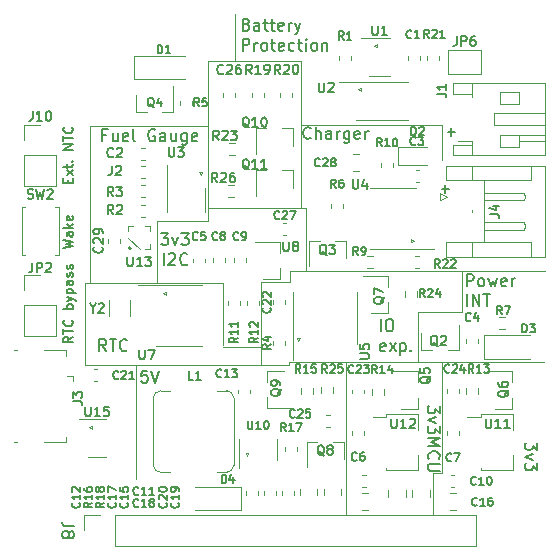
<source format=gbr>
G04 #@! TF.GenerationSoftware,KiCad,Pcbnew,(5.1.8)-1*
G04 #@! TF.CreationDate,2021-09-05T10:08:22+02:00*
G04 #@! TF.ProjectId,SuperPower-uC-KiCad,53757065-7250-46f7-9765-722d75432d4b,rev?*
G04 #@! TF.SameCoordinates,Original*
G04 #@! TF.FileFunction,Legend,Top*
G04 #@! TF.FilePolarity,Positive*
%FSLAX46Y46*%
G04 Gerber Fmt 4.6, Leading zero omitted, Abs format (unit mm)*
G04 Created by KiCad (PCBNEW (5.1.8)-1) date 2021-09-05 10:08:22*
%MOMM*%
%LPD*%
G01*
G04 APERTURE LIST*
%ADD10C,0.120000*%
%ADD11C,0.150000*%
%ADD12C,0.200000*%
G04 APERTURE END LIST*
D10*
X139852400Y-113461800D02*
X139598400Y-113309400D01*
X139852400Y-113207800D02*
X139852400Y-113461800D01*
X139598400Y-113309400D02*
X139852400Y-113207800D01*
X153111200Y-115544600D02*
X153009600Y-115747800D01*
X152908000Y-115544600D02*
X153111200Y-115544600D01*
X153009600Y-115747800D02*
X152908000Y-115544600D01*
X157480000Y-105791000D02*
X157226000Y-105791000D01*
X157327600Y-106045000D02*
X157480000Y-105791000D01*
X157226000Y-105791000D02*
X157327600Y-106045000D01*
X156514800Y-107823000D02*
X156514800Y-108077000D01*
X167487600Y-103606600D02*
X167487600Y-107772200D01*
X171170600Y-103606600D02*
X167487600Y-103606600D01*
X156667200Y-101015800D02*
X156667200Y-100076000D01*
X151993600Y-82296000D02*
X151993600Y-78359000D01*
X157581600Y-87884000D02*
X157581600Y-94742000D01*
X157581600Y-82296000D02*
X157581600Y-87884000D01*
X149707600Y-82296000D02*
X157581600Y-82296000D01*
D11*
X137458504Y-98145428D02*
X138258504Y-97954952D01*
X137687076Y-97802571D01*
X138258504Y-97650190D01*
X137458504Y-97459714D01*
X138258504Y-96812095D02*
X137839457Y-96812095D01*
X137763266Y-96850190D01*
X137725171Y-96926380D01*
X137725171Y-97078761D01*
X137763266Y-97154952D01*
X138220409Y-96812095D02*
X138258504Y-96888285D01*
X138258504Y-97078761D01*
X138220409Y-97154952D01*
X138144219Y-97193047D01*
X138068028Y-97193047D01*
X137991838Y-97154952D01*
X137953742Y-97078761D01*
X137953742Y-96888285D01*
X137915647Y-96812095D01*
X138258504Y-96431142D02*
X137458504Y-96431142D01*
X137953742Y-96354952D02*
X138258504Y-96126380D01*
X137725171Y-96126380D02*
X138029933Y-96431142D01*
X138220409Y-95478761D02*
X138258504Y-95554952D01*
X138258504Y-95707333D01*
X138220409Y-95783523D01*
X138144219Y-95821619D01*
X137839457Y-95821619D01*
X137763266Y-95783523D01*
X137725171Y-95707333D01*
X137725171Y-95554952D01*
X137763266Y-95478761D01*
X137839457Y-95440666D01*
X137915647Y-95440666D01*
X137991838Y-95821619D01*
D10*
X156667200Y-100076000D02*
X178257200Y-100076000D01*
X156667200Y-101015800D02*
X154178000Y-101015800D01*
X149707600Y-87757000D02*
X149707600Y-82296000D01*
X145389600Y-101092000D02*
X145389600Y-95885000D01*
X149707600Y-94742000D02*
X157962600Y-94742000D01*
X169519600Y-87706200D02*
X169519600Y-90678000D01*
X157581600Y-87706200D02*
X169519600Y-87706200D01*
X157962600Y-100076000D02*
X157962600Y-94742000D01*
X139293600Y-101092000D02*
X139293600Y-108077000D01*
X142913100Y-101092000D02*
X139293600Y-101092000D01*
X150977600Y-101092000D02*
X142913100Y-101092000D01*
X150977600Y-106349800D02*
X150977600Y-101092000D01*
X154178000Y-106553000D02*
X150977600Y-106553000D01*
D12*
X145723123Y-96900380D02*
X146342171Y-96900380D01*
X146008838Y-97281333D01*
X146151695Y-97281333D01*
X146246933Y-97328952D01*
X146294552Y-97376571D01*
X146342171Y-97471809D01*
X146342171Y-97709904D01*
X146294552Y-97805142D01*
X146246933Y-97852761D01*
X146151695Y-97900380D01*
X145865980Y-97900380D01*
X145770742Y-97852761D01*
X145723123Y-97805142D01*
X146675504Y-97233714D02*
X146913600Y-97900380D01*
X147151695Y-97233714D01*
X147437409Y-96900380D02*
X148056457Y-96900380D01*
X147723123Y-97281333D01*
X147865980Y-97281333D01*
X147961219Y-97328952D01*
X148008838Y-97376571D01*
X148056457Y-97471809D01*
X148056457Y-97709904D01*
X148008838Y-97805142D01*
X147961219Y-97852761D01*
X147865980Y-97900380D01*
X147580266Y-97900380D01*
X147485028Y-97852761D01*
X147437409Y-97805142D01*
X145937409Y-99600380D02*
X145937409Y-98600380D01*
X146365980Y-98695619D02*
X146413600Y-98648000D01*
X146508838Y-98600380D01*
X146746933Y-98600380D01*
X146842171Y-98648000D01*
X146889790Y-98695619D01*
X146937409Y-98790857D01*
X146937409Y-98886095D01*
X146889790Y-99028952D01*
X146318361Y-99600380D01*
X146937409Y-99600380D01*
X147937409Y-99505142D02*
X147889790Y-99552761D01*
X147746933Y-99600380D01*
X147651695Y-99600380D01*
X147508838Y-99552761D01*
X147413600Y-99457523D01*
X147365980Y-99362285D01*
X147318361Y-99171809D01*
X147318361Y-99028952D01*
X147365980Y-98838476D01*
X147413600Y-98743238D01*
X147508838Y-98648000D01*
X147651695Y-98600380D01*
X147746933Y-98600380D01*
X147889790Y-98648000D01*
X147937409Y-98695619D01*
D11*
X169976838Y-88322142D02*
X170586361Y-88322142D01*
X170281600Y-88626904D02*
X170281600Y-88017380D01*
X169468838Y-93148142D02*
X170078361Y-93148142D01*
X169773600Y-93452904D02*
X169773600Y-92843380D01*
D10*
X171170600Y-100101400D02*
X171170600Y-103606600D01*
D12*
X144564123Y-108545380D02*
X144087933Y-108545380D01*
X144040314Y-109021571D01*
X144087933Y-108973952D01*
X144183171Y-108926333D01*
X144421266Y-108926333D01*
X144516504Y-108973952D01*
X144564123Y-109021571D01*
X144611742Y-109116809D01*
X144611742Y-109354904D01*
X144564123Y-109450142D01*
X144516504Y-109497761D01*
X144421266Y-109545380D01*
X144183171Y-109545380D01*
X144087933Y-109497761D01*
X144040314Y-109450142D01*
X144897457Y-108545380D02*
X145230790Y-109545380D01*
X145564123Y-108545380D01*
D10*
X143611600Y-108077000D02*
X143611600Y-117729000D01*
D12*
X169305219Y-111514285D02*
X169305219Y-112133333D01*
X168924266Y-111800000D01*
X168924266Y-111942857D01*
X168876647Y-112038095D01*
X168829028Y-112085714D01*
X168733790Y-112133333D01*
X168495695Y-112133333D01*
X168400457Y-112085714D01*
X168352838Y-112038095D01*
X168305219Y-111942857D01*
X168305219Y-111657142D01*
X168352838Y-111561904D01*
X168400457Y-111514285D01*
X168971885Y-112466666D02*
X168305219Y-112704761D01*
X168971885Y-112942857D01*
X169305219Y-113228571D02*
X169305219Y-113847619D01*
X168924266Y-113514285D01*
X168924266Y-113657142D01*
X168876647Y-113752380D01*
X168829028Y-113800000D01*
X168733790Y-113847619D01*
X168495695Y-113847619D01*
X168400457Y-113800000D01*
X168352838Y-113752380D01*
X168305219Y-113657142D01*
X168305219Y-113371428D01*
X168352838Y-113276190D01*
X168400457Y-113228571D01*
X168305219Y-114276190D02*
X169305219Y-114276190D01*
X168590933Y-114609523D01*
X169305219Y-114942857D01*
X168305219Y-114942857D01*
X168400457Y-115990476D02*
X168352838Y-115942857D01*
X168305219Y-115800000D01*
X168305219Y-115704761D01*
X168352838Y-115561904D01*
X168448076Y-115466666D01*
X168543314Y-115419047D01*
X168733790Y-115371428D01*
X168876647Y-115371428D01*
X169067123Y-115419047D01*
X169162361Y-115466666D01*
X169257600Y-115561904D01*
X169305219Y-115704761D01*
X169305219Y-115800000D01*
X169257600Y-115942857D01*
X169209980Y-115990476D01*
X169305219Y-116419047D02*
X168495695Y-116419047D01*
X168400457Y-116466666D01*
X168352838Y-116514285D01*
X168305219Y-116609523D01*
X168305219Y-116800000D01*
X168352838Y-116895238D01*
X168400457Y-116942857D01*
X168495695Y-116990476D01*
X169305219Y-116990476D01*
D10*
X161391600Y-107823000D02*
X161391600Y-120650000D01*
D12*
X177560219Y-114633523D02*
X177560219Y-115252571D01*
X177179266Y-114919238D01*
X177179266Y-115062095D01*
X177131647Y-115157333D01*
X177084028Y-115204952D01*
X176988790Y-115252571D01*
X176750695Y-115252571D01*
X176655457Y-115204952D01*
X176607838Y-115157333D01*
X176560219Y-115062095D01*
X176560219Y-114776380D01*
X176607838Y-114681142D01*
X176655457Y-114633523D01*
X177226885Y-115585904D02*
X176560219Y-115824000D01*
X177226885Y-116062095D01*
X177560219Y-116347809D02*
X177560219Y-116966857D01*
X177179266Y-116633523D01*
X177179266Y-116776380D01*
X177131647Y-116871619D01*
X177084028Y-116919238D01*
X176988790Y-116966857D01*
X176750695Y-116966857D01*
X176655457Y-116919238D01*
X176607838Y-116871619D01*
X176560219Y-116776380D01*
X176560219Y-116490666D01*
X176607838Y-116395428D01*
X176655457Y-116347809D01*
D10*
X169519600Y-117221000D02*
X169519600Y-107823000D01*
X168757600Y-117221000D02*
X169519600Y-117221000D01*
X168757600Y-120650000D02*
X168757600Y-117221000D01*
D12*
X171614895Y-101380180D02*
X171614895Y-100380180D01*
X171995847Y-100380180D01*
X172091085Y-100427800D01*
X172138704Y-100475419D01*
X172186323Y-100570657D01*
X172186323Y-100713514D01*
X172138704Y-100808752D01*
X172091085Y-100856371D01*
X171995847Y-100903990D01*
X171614895Y-100903990D01*
X172757752Y-101380180D02*
X172662514Y-101332561D01*
X172614895Y-101284942D01*
X172567276Y-101189704D01*
X172567276Y-100903990D01*
X172614895Y-100808752D01*
X172662514Y-100761133D01*
X172757752Y-100713514D01*
X172900609Y-100713514D01*
X172995847Y-100761133D01*
X173043466Y-100808752D01*
X173091085Y-100903990D01*
X173091085Y-101189704D01*
X173043466Y-101284942D01*
X172995847Y-101332561D01*
X172900609Y-101380180D01*
X172757752Y-101380180D01*
X173424419Y-100713514D02*
X173614895Y-101380180D01*
X173805371Y-100903990D01*
X173995847Y-101380180D01*
X174186323Y-100713514D01*
X174948228Y-101332561D02*
X174852990Y-101380180D01*
X174662514Y-101380180D01*
X174567276Y-101332561D01*
X174519657Y-101237323D01*
X174519657Y-100856371D01*
X174567276Y-100761133D01*
X174662514Y-100713514D01*
X174852990Y-100713514D01*
X174948228Y-100761133D01*
X174995847Y-100856371D01*
X174995847Y-100951609D01*
X174519657Y-101046847D01*
X175424419Y-101380180D02*
X175424419Y-100713514D01*
X175424419Y-100903990D02*
X175472038Y-100808752D01*
X175519657Y-100761133D01*
X175614895Y-100713514D01*
X175710133Y-100713514D01*
X171614895Y-103080180D02*
X171614895Y-102080180D01*
X172091085Y-103080180D02*
X172091085Y-102080180D01*
X172662514Y-103080180D01*
X172662514Y-102080180D01*
X172995847Y-102080180D02*
X173567276Y-102080180D01*
X173281561Y-103080180D02*
X173281561Y-102080180D01*
D10*
X169138600Y-107823000D02*
X178155600Y-107823000D01*
X162661600Y-84836000D02*
X162407600Y-84709000D01*
X162661600Y-84582000D02*
X162661600Y-84836000D01*
X162407600Y-84709000D02*
X162661600Y-84582000D01*
X163995100Y-80899000D02*
X163741100Y-81026000D01*
X163995100Y-81153000D02*
X163995100Y-80899000D01*
X163741100Y-81026000D02*
X163995100Y-81153000D01*
X166852600Y-97663000D02*
X167106600Y-97536000D01*
X166852600Y-97409000D02*
X166852600Y-97663000D01*
X167106600Y-97536000D02*
X166852600Y-97409000D01*
X149199600Y-91694000D02*
X149072600Y-91948000D01*
X148945600Y-91694000D02*
X149199600Y-91694000D01*
X149072600Y-91948000D02*
X148945600Y-91694000D01*
X146151600Y-102108000D02*
X145897600Y-101981000D01*
X146151600Y-101854000D02*
X146151600Y-102108000D01*
X145897600Y-101981000D02*
X146151600Y-101854000D01*
D12*
X164299695Y-105190180D02*
X164299695Y-104190180D01*
X164966361Y-104190180D02*
X165156838Y-104190180D01*
X165252076Y-104237800D01*
X165347314Y-104333038D01*
X165394933Y-104523514D01*
X165394933Y-104856847D01*
X165347314Y-105047323D01*
X165252076Y-105142561D01*
X165156838Y-105190180D01*
X164966361Y-105190180D01*
X164871123Y-105142561D01*
X164775885Y-105047323D01*
X164728266Y-104856847D01*
X164728266Y-104523514D01*
X164775885Y-104333038D01*
X164871123Y-104237800D01*
X164966361Y-104190180D01*
X164680647Y-106842561D02*
X164585409Y-106890180D01*
X164394933Y-106890180D01*
X164299695Y-106842561D01*
X164252076Y-106747323D01*
X164252076Y-106366371D01*
X164299695Y-106271133D01*
X164394933Y-106223514D01*
X164585409Y-106223514D01*
X164680647Y-106271133D01*
X164728266Y-106366371D01*
X164728266Y-106461609D01*
X164252076Y-106556847D01*
X165061600Y-106890180D02*
X165585409Y-106223514D01*
X165061600Y-106223514D02*
X165585409Y-106890180D01*
X165966361Y-106223514D02*
X165966361Y-107223514D01*
X165966361Y-106271133D02*
X166061600Y-106223514D01*
X166252076Y-106223514D01*
X166347314Y-106271133D01*
X166394933Y-106318752D01*
X166442552Y-106413990D01*
X166442552Y-106699704D01*
X166394933Y-106794942D01*
X166347314Y-106842561D01*
X166252076Y-106890180D01*
X166061600Y-106890180D01*
X165966361Y-106842561D01*
X166871123Y-106794942D02*
X166918742Y-106842561D01*
X166871123Y-106890180D01*
X166823504Y-106842561D01*
X166871123Y-106794942D01*
X166871123Y-106890180D01*
D10*
X169138600Y-107823000D02*
X156514800Y-107823000D01*
D12*
X158381961Y-88825342D02*
X158334342Y-88872961D01*
X158191485Y-88920580D01*
X158096247Y-88920580D01*
X157953390Y-88872961D01*
X157858152Y-88777723D01*
X157810533Y-88682485D01*
X157762914Y-88492009D01*
X157762914Y-88349152D01*
X157810533Y-88158676D01*
X157858152Y-88063438D01*
X157953390Y-87968200D01*
X158096247Y-87920580D01*
X158191485Y-87920580D01*
X158334342Y-87968200D01*
X158381961Y-88015819D01*
X158810533Y-88920580D02*
X158810533Y-87920580D01*
X159239104Y-88920580D02*
X159239104Y-88396771D01*
X159191485Y-88301533D01*
X159096247Y-88253914D01*
X158953390Y-88253914D01*
X158858152Y-88301533D01*
X158810533Y-88349152D01*
X160143866Y-88920580D02*
X160143866Y-88396771D01*
X160096247Y-88301533D01*
X160001009Y-88253914D01*
X159810533Y-88253914D01*
X159715295Y-88301533D01*
X160143866Y-88872961D02*
X160048628Y-88920580D01*
X159810533Y-88920580D01*
X159715295Y-88872961D01*
X159667676Y-88777723D01*
X159667676Y-88682485D01*
X159715295Y-88587247D01*
X159810533Y-88539628D01*
X160048628Y-88539628D01*
X160143866Y-88492009D01*
X160620057Y-88920580D02*
X160620057Y-88253914D01*
X160620057Y-88444390D02*
X160667676Y-88349152D01*
X160715295Y-88301533D01*
X160810533Y-88253914D01*
X160905771Y-88253914D01*
X161667676Y-88253914D02*
X161667676Y-89063438D01*
X161620057Y-89158676D01*
X161572438Y-89206295D01*
X161477200Y-89253914D01*
X161334342Y-89253914D01*
X161239104Y-89206295D01*
X161667676Y-88872961D02*
X161572438Y-88920580D01*
X161381961Y-88920580D01*
X161286723Y-88872961D01*
X161239104Y-88825342D01*
X161191485Y-88730104D01*
X161191485Y-88444390D01*
X161239104Y-88349152D01*
X161286723Y-88301533D01*
X161381961Y-88253914D01*
X161572438Y-88253914D01*
X161667676Y-88301533D01*
X162524819Y-88872961D02*
X162429580Y-88920580D01*
X162239104Y-88920580D01*
X162143866Y-88872961D01*
X162096247Y-88777723D01*
X162096247Y-88396771D01*
X162143866Y-88301533D01*
X162239104Y-88253914D01*
X162429580Y-88253914D01*
X162524819Y-88301533D01*
X162572438Y-88396771D01*
X162572438Y-88492009D01*
X162096247Y-88587247D01*
X163001009Y-88920580D02*
X163001009Y-88253914D01*
X163001009Y-88444390D02*
X163048628Y-88349152D01*
X163096247Y-88301533D01*
X163191485Y-88253914D01*
X163286723Y-88253914D01*
X152949028Y-79215571D02*
X153091885Y-79263190D01*
X153139504Y-79310809D01*
X153187123Y-79406047D01*
X153187123Y-79548904D01*
X153139504Y-79644142D01*
X153091885Y-79691761D01*
X152996647Y-79739380D01*
X152615695Y-79739380D01*
X152615695Y-78739380D01*
X152949028Y-78739380D01*
X153044266Y-78787000D01*
X153091885Y-78834619D01*
X153139504Y-78929857D01*
X153139504Y-79025095D01*
X153091885Y-79120333D01*
X153044266Y-79167952D01*
X152949028Y-79215571D01*
X152615695Y-79215571D01*
X154044266Y-79739380D02*
X154044266Y-79215571D01*
X153996647Y-79120333D01*
X153901409Y-79072714D01*
X153710933Y-79072714D01*
X153615695Y-79120333D01*
X154044266Y-79691761D02*
X153949028Y-79739380D01*
X153710933Y-79739380D01*
X153615695Y-79691761D01*
X153568076Y-79596523D01*
X153568076Y-79501285D01*
X153615695Y-79406047D01*
X153710933Y-79358428D01*
X153949028Y-79358428D01*
X154044266Y-79310809D01*
X154377600Y-79072714D02*
X154758552Y-79072714D01*
X154520457Y-78739380D02*
X154520457Y-79596523D01*
X154568076Y-79691761D01*
X154663314Y-79739380D01*
X154758552Y-79739380D01*
X154949028Y-79072714D02*
X155329980Y-79072714D01*
X155091885Y-78739380D02*
X155091885Y-79596523D01*
X155139504Y-79691761D01*
X155234742Y-79739380D01*
X155329980Y-79739380D01*
X156044266Y-79691761D02*
X155949028Y-79739380D01*
X155758552Y-79739380D01*
X155663314Y-79691761D01*
X155615695Y-79596523D01*
X155615695Y-79215571D01*
X155663314Y-79120333D01*
X155758552Y-79072714D01*
X155949028Y-79072714D01*
X156044266Y-79120333D01*
X156091885Y-79215571D01*
X156091885Y-79310809D01*
X155615695Y-79406047D01*
X156520457Y-79739380D02*
X156520457Y-79072714D01*
X156520457Y-79263190D02*
X156568076Y-79167952D01*
X156615695Y-79120333D01*
X156710933Y-79072714D01*
X156806171Y-79072714D01*
X157044266Y-79072714D02*
X157282361Y-79739380D01*
X157520457Y-79072714D02*
X157282361Y-79739380D01*
X157187123Y-79977476D01*
X157139504Y-80025095D01*
X157044266Y-80072714D01*
X152615695Y-81439380D02*
X152615695Y-80439380D01*
X152996647Y-80439380D01*
X153091885Y-80487000D01*
X153139504Y-80534619D01*
X153187123Y-80629857D01*
X153187123Y-80772714D01*
X153139504Y-80867952D01*
X153091885Y-80915571D01*
X152996647Y-80963190D01*
X152615695Y-80963190D01*
X153615695Y-81439380D02*
X153615695Y-80772714D01*
X153615695Y-80963190D02*
X153663314Y-80867952D01*
X153710933Y-80820333D01*
X153806171Y-80772714D01*
X153901409Y-80772714D01*
X154377600Y-81439380D02*
X154282361Y-81391761D01*
X154234742Y-81344142D01*
X154187123Y-81248904D01*
X154187123Y-80963190D01*
X154234742Y-80867952D01*
X154282361Y-80820333D01*
X154377600Y-80772714D01*
X154520457Y-80772714D01*
X154615695Y-80820333D01*
X154663314Y-80867952D01*
X154710933Y-80963190D01*
X154710933Y-81248904D01*
X154663314Y-81344142D01*
X154615695Y-81391761D01*
X154520457Y-81439380D01*
X154377600Y-81439380D01*
X154996647Y-80772714D02*
X155377600Y-80772714D01*
X155139504Y-80439380D02*
X155139504Y-81296523D01*
X155187123Y-81391761D01*
X155282361Y-81439380D01*
X155377600Y-81439380D01*
X156091885Y-81391761D02*
X155996647Y-81439380D01*
X155806171Y-81439380D01*
X155710933Y-81391761D01*
X155663314Y-81296523D01*
X155663314Y-80915571D01*
X155710933Y-80820333D01*
X155806171Y-80772714D01*
X155996647Y-80772714D01*
X156091885Y-80820333D01*
X156139504Y-80915571D01*
X156139504Y-81010809D01*
X155663314Y-81106047D01*
X156996647Y-81391761D02*
X156901409Y-81439380D01*
X156710933Y-81439380D01*
X156615695Y-81391761D01*
X156568076Y-81344142D01*
X156520457Y-81248904D01*
X156520457Y-80963190D01*
X156568076Y-80867952D01*
X156615695Y-80820333D01*
X156710933Y-80772714D01*
X156901409Y-80772714D01*
X156996647Y-80820333D01*
X157282361Y-80772714D02*
X157663314Y-80772714D01*
X157425219Y-80439380D02*
X157425219Y-81296523D01*
X157472838Y-81391761D01*
X157568076Y-81439380D01*
X157663314Y-81439380D01*
X157996647Y-81439380D02*
X157996647Y-80772714D01*
X157996647Y-80439380D02*
X157949028Y-80487000D01*
X157996647Y-80534619D01*
X158044266Y-80487000D01*
X157996647Y-80439380D01*
X157996647Y-80534619D01*
X158615695Y-81439380D02*
X158520457Y-81391761D01*
X158472838Y-81344142D01*
X158425219Y-81248904D01*
X158425219Y-80963190D01*
X158472838Y-80867952D01*
X158520457Y-80820333D01*
X158615695Y-80772714D01*
X158758552Y-80772714D01*
X158853790Y-80820333D01*
X158901409Y-80867952D01*
X158949028Y-80963190D01*
X158949028Y-81248904D01*
X158901409Y-81344142D01*
X158853790Y-81391761D01*
X158758552Y-81439380D01*
X158615695Y-81439380D01*
X159377600Y-80772714D02*
X159377600Y-81439380D01*
X159377600Y-80867952D02*
X159425219Y-80820333D01*
X159520457Y-80772714D01*
X159663314Y-80772714D01*
X159758552Y-80820333D01*
X159806171Y-80915571D01*
X159806171Y-81439380D01*
D10*
X154178000Y-108077000D02*
X154178000Y-101015800D01*
D12*
X141071671Y-106878380D02*
X140738338Y-106402190D01*
X140500242Y-106878380D02*
X140500242Y-105878380D01*
X140881195Y-105878380D01*
X140976433Y-105926000D01*
X141024052Y-105973619D01*
X141071671Y-106068857D01*
X141071671Y-106211714D01*
X141024052Y-106306952D01*
X140976433Y-106354571D01*
X140881195Y-106402190D01*
X140500242Y-106402190D01*
X141357385Y-105878380D02*
X141928814Y-105878380D01*
X141643100Y-106878380D02*
X141643100Y-105878380D01*
X142833576Y-106783142D02*
X142785957Y-106830761D01*
X142643100Y-106878380D01*
X142547861Y-106878380D01*
X142405004Y-106830761D01*
X142309766Y-106735523D01*
X142262147Y-106640285D01*
X142214528Y-106449809D01*
X142214528Y-106306952D01*
X142262147Y-106116476D01*
X142309766Y-106021238D01*
X142405004Y-105926000D01*
X142547861Y-105878380D01*
X142643100Y-105878380D01*
X142785957Y-105926000D01*
X142833576Y-105973619D01*
D10*
X156514800Y-108077000D02*
X139293600Y-108077000D01*
D12*
X141087933Y-88574571D02*
X140754600Y-88574571D01*
X140754600Y-89098380D02*
X140754600Y-88098380D01*
X141230790Y-88098380D01*
X142040314Y-88431714D02*
X142040314Y-89098380D01*
X141611742Y-88431714D02*
X141611742Y-88955523D01*
X141659361Y-89050761D01*
X141754600Y-89098380D01*
X141897457Y-89098380D01*
X141992695Y-89050761D01*
X142040314Y-89003142D01*
X142897457Y-89050761D02*
X142802219Y-89098380D01*
X142611742Y-89098380D01*
X142516504Y-89050761D01*
X142468885Y-88955523D01*
X142468885Y-88574571D01*
X142516504Y-88479333D01*
X142611742Y-88431714D01*
X142802219Y-88431714D01*
X142897457Y-88479333D01*
X142945076Y-88574571D01*
X142945076Y-88669809D01*
X142468885Y-88765047D01*
X143516504Y-89098380D02*
X143421266Y-89050761D01*
X143373647Y-88955523D01*
X143373647Y-88098380D01*
X145183171Y-88146000D02*
X145087933Y-88098380D01*
X144945076Y-88098380D01*
X144802219Y-88146000D01*
X144706980Y-88241238D01*
X144659361Y-88336476D01*
X144611742Y-88526952D01*
X144611742Y-88669809D01*
X144659361Y-88860285D01*
X144706980Y-88955523D01*
X144802219Y-89050761D01*
X144945076Y-89098380D01*
X145040314Y-89098380D01*
X145183171Y-89050761D01*
X145230790Y-89003142D01*
X145230790Y-88669809D01*
X145040314Y-88669809D01*
X146087933Y-89098380D02*
X146087933Y-88574571D01*
X146040314Y-88479333D01*
X145945076Y-88431714D01*
X145754600Y-88431714D01*
X145659361Y-88479333D01*
X146087933Y-89050761D02*
X145992695Y-89098380D01*
X145754600Y-89098380D01*
X145659361Y-89050761D01*
X145611742Y-88955523D01*
X145611742Y-88860285D01*
X145659361Y-88765047D01*
X145754600Y-88717428D01*
X145992695Y-88717428D01*
X146087933Y-88669809D01*
X146992695Y-88431714D02*
X146992695Y-89098380D01*
X146564123Y-88431714D02*
X146564123Y-88955523D01*
X146611742Y-89050761D01*
X146706980Y-89098380D01*
X146849838Y-89098380D01*
X146945076Y-89050761D01*
X146992695Y-89003142D01*
X147897457Y-88431714D02*
X147897457Y-89241238D01*
X147849838Y-89336476D01*
X147802219Y-89384095D01*
X147706980Y-89431714D01*
X147564123Y-89431714D01*
X147468885Y-89384095D01*
X147897457Y-89050761D02*
X147802219Y-89098380D01*
X147611742Y-89098380D01*
X147516504Y-89050761D01*
X147468885Y-89003142D01*
X147421266Y-88907904D01*
X147421266Y-88622190D01*
X147468885Y-88526952D01*
X147516504Y-88479333D01*
X147611742Y-88431714D01*
X147802219Y-88431714D01*
X147897457Y-88479333D01*
X148754600Y-89050761D02*
X148659361Y-89098380D01*
X148468885Y-89098380D01*
X148373647Y-89050761D01*
X148326028Y-88955523D01*
X148326028Y-88574571D01*
X148373647Y-88479333D01*
X148468885Y-88431714D01*
X148659361Y-88431714D01*
X148754600Y-88479333D01*
X148802219Y-88574571D01*
X148802219Y-88669809D01*
X148326028Y-88765047D01*
D10*
X149707600Y-95885000D02*
X145389600Y-95885000D01*
X139674600Y-87820500D02*
X139674600Y-101092000D01*
X149707600Y-87820500D02*
X139674600Y-87820500D01*
X149707600Y-95885000D02*
X149707600Y-87820500D01*
D11*
X137839457Y-92639857D02*
X137839457Y-92373190D01*
X138258504Y-92258904D02*
X138258504Y-92639857D01*
X137458504Y-92639857D01*
X137458504Y-92258904D01*
X138258504Y-91992238D02*
X137725171Y-91573190D01*
X137725171Y-91992238D02*
X138258504Y-91573190D01*
X137725171Y-91382714D02*
X137725171Y-91077952D01*
X137458504Y-91268428D02*
X138144219Y-91268428D01*
X138220409Y-91230333D01*
X138258504Y-91154142D01*
X138258504Y-91077952D01*
X138182314Y-90811285D02*
X138220409Y-90773190D01*
X138258504Y-90811285D01*
X138220409Y-90849380D01*
X138182314Y-90811285D01*
X138258504Y-90811285D01*
X138258504Y-89820809D02*
X137458504Y-89820809D01*
X138258504Y-89363666D01*
X137458504Y-89363666D01*
X137458504Y-89097000D02*
X137458504Y-88639857D01*
X138258504Y-88868428D02*
X137458504Y-88868428D01*
X138182314Y-87916047D02*
X138220409Y-87954142D01*
X138258504Y-88068428D01*
X138258504Y-88144619D01*
X138220409Y-88258904D01*
X138144219Y-88335095D01*
X138068028Y-88373190D01*
X137915647Y-88411285D01*
X137801361Y-88411285D01*
X137648980Y-88373190D01*
X137572790Y-88335095D01*
X137496600Y-88258904D01*
X137458504Y-88144619D01*
X137458504Y-88068428D01*
X137496600Y-87954142D01*
X137534695Y-87916047D01*
X138258504Y-105670000D02*
X137877552Y-105936666D01*
X138258504Y-106127142D02*
X137458504Y-106127142D01*
X137458504Y-105822380D01*
X137496600Y-105746190D01*
X137534695Y-105708095D01*
X137610885Y-105670000D01*
X137725171Y-105670000D01*
X137801361Y-105708095D01*
X137839457Y-105746190D01*
X137877552Y-105822380D01*
X137877552Y-106127142D01*
X137458504Y-105441428D02*
X137458504Y-104984285D01*
X138258504Y-105212857D02*
X137458504Y-105212857D01*
X138182314Y-104260476D02*
X138220409Y-104298571D01*
X138258504Y-104412857D01*
X138258504Y-104489047D01*
X138220409Y-104603333D01*
X138144219Y-104679523D01*
X138068028Y-104717619D01*
X137915647Y-104755714D01*
X137801361Y-104755714D01*
X137648980Y-104717619D01*
X137572790Y-104679523D01*
X137496600Y-104603333D01*
X137458504Y-104489047D01*
X137458504Y-104412857D01*
X137496600Y-104298571D01*
X137534695Y-104260476D01*
X138258504Y-103308095D02*
X137458504Y-103308095D01*
X137763266Y-103308095D02*
X137725171Y-103231904D01*
X137725171Y-103079523D01*
X137763266Y-103003333D01*
X137801361Y-102965238D01*
X137877552Y-102927142D01*
X138106123Y-102927142D01*
X138182314Y-102965238D01*
X138220409Y-103003333D01*
X138258504Y-103079523D01*
X138258504Y-103231904D01*
X138220409Y-103308095D01*
X137725171Y-102660476D02*
X138258504Y-102470000D01*
X137725171Y-102279523D02*
X138258504Y-102470000D01*
X138448980Y-102546190D01*
X138487076Y-102584285D01*
X138525171Y-102660476D01*
X137725171Y-101974761D02*
X138525171Y-101974761D01*
X137763266Y-101974761D02*
X137725171Y-101898571D01*
X137725171Y-101746190D01*
X137763266Y-101670000D01*
X137801361Y-101631904D01*
X137877552Y-101593809D01*
X138106123Y-101593809D01*
X138182314Y-101631904D01*
X138220409Y-101670000D01*
X138258504Y-101746190D01*
X138258504Y-101898571D01*
X138220409Y-101974761D01*
X138258504Y-100908095D02*
X137839457Y-100908095D01*
X137763266Y-100946190D01*
X137725171Y-101022380D01*
X137725171Y-101174761D01*
X137763266Y-101250952D01*
X138220409Y-100908095D02*
X138258504Y-100984285D01*
X138258504Y-101174761D01*
X138220409Y-101250952D01*
X138144219Y-101289047D01*
X138068028Y-101289047D01*
X137991838Y-101250952D01*
X137953742Y-101174761D01*
X137953742Y-100984285D01*
X137915647Y-100908095D01*
X138220409Y-100565238D02*
X138258504Y-100489047D01*
X138258504Y-100336666D01*
X138220409Y-100260476D01*
X138144219Y-100222380D01*
X138106123Y-100222380D01*
X138029933Y-100260476D01*
X137991838Y-100336666D01*
X137991838Y-100450952D01*
X137953742Y-100527142D01*
X137877552Y-100565238D01*
X137839457Y-100565238D01*
X137763266Y-100527142D01*
X137725171Y-100450952D01*
X137725171Y-100336666D01*
X137763266Y-100260476D01*
X138220409Y-99917619D02*
X138258504Y-99841428D01*
X138258504Y-99689047D01*
X138220409Y-99612857D01*
X138144219Y-99574761D01*
X138106123Y-99574761D01*
X138029933Y-99612857D01*
X137991838Y-99689047D01*
X137991838Y-99803333D01*
X137953742Y-99879523D01*
X137877552Y-99917619D01*
X137839457Y-99917619D01*
X137763266Y-99879523D01*
X137725171Y-99803333D01*
X137725171Y-99689047D01*
X137763266Y-99612857D01*
D10*
X156867600Y-104071500D02*
X156867600Y-107671500D01*
X156867600Y-104071500D02*
X156867600Y-101871500D01*
X162337600Y-104071500D02*
X162337600Y-106271500D01*
X162337600Y-104071500D02*
X162337600Y-101871500D01*
X147318000Y-85666733D02*
X147318000Y-86009267D01*
X148338000Y-85666733D02*
X148338000Y-86009267D01*
X143570800Y-86621400D02*
X143570800Y-85161400D01*
X146730800Y-86621400D02*
X146730800Y-84461400D01*
X146730800Y-86621400D02*
X145800800Y-86621400D01*
X143570800Y-86621400D02*
X144500800Y-86621400D01*
X143426400Y-83880200D02*
X147726400Y-83880200D01*
X143426400Y-81880200D02*
X143426400Y-83880200D01*
X147726400Y-81880200D02*
X143426400Y-81880200D01*
X159218100Y-109957776D02*
X159218100Y-110467224D01*
X160263100Y-109957776D02*
X160263100Y-110467224D01*
X142216600Y-97364733D02*
X142216600Y-97707267D01*
X141196600Y-97364733D02*
X141196600Y-97707267D01*
X142953600Y-96714000D02*
X142953600Y-96274000D01*
X142953600Y-96274000D02*
X143353600Y-96274000D01*
X142953600Y-96714000D02*
X142953600Y-96274000D01*
X142953600Y-96274000D02*
X143353600Y-96274000D01*
X144793600Y-96714000D02*
X144793600Y-96274000D01*
X144793600Y-96274000D02*
X144393600Y-96274000D01*
X142953600Y-96714000D02*
X142953600Y-96274000D01*
X142953600Y-96274000D02*
X143353600Y-96274000D01*
X144793600Y-97834000D02*
X144793600Y-98274000D01*
X144793600Y-98274000D02*
X144393600Y-98274000D01*
X142953600Y-97274000D02*
X143953600Y-98274000D01*
D12*
X143173600Y-98154000D02*
G75*
G03*
X143173600Y-98154000I-100000J0D01*
G01*
D10*
X154027600Y-102979067D02*
X154027600Y-102636533D01*
X153007600Y-102979067D02*
X153007600Y-102636533D01*
X148435600Y-99040733D02*
X148435600Y-99333267D01*
X149455600Y-99040733D02*
X149455600Y-99333267D01*
X152349600Y-114332000D02*
X152349600Y-116782000D01*
X155569600Y-116132000D02*
X155569600Y-114332000D01*
X155825600Y-100767000D02*
X154365600Y-100767000D01*
X155825600Y-97607000D02*
X153665600Y-97607000D01*
X155825600Y-97607000D02*
X155825600Y-98537000D01*
X155825600Y-100767000D02*
X155825600Y-99837000D01*
X165102100Y-80366000D02*
X162652100Y-80366000D01*
X163302100Y-83586000D02*
X165102100Y-83586000D01*
X167006600Y-119194252D02*
X167006600Y-118671748D01*
X168476600Y-119194252D02*
X168476600Y-118671748D01*
X167495600Y-115654800D02*
X167495600Y-116964800D01*
X167495600Y-116964800D02*
X164775600Y-116964800D01*
X163635600Y-112474800D02*
X164775600Y-112474800D01*
X167495600Y-112244800D02*
X167495600Y-113554800D01*
X164775600Y-112244800D02*
X167495600Y-112244800D01*
X164775600Y-112244800D02*
X164775600Y-112474800D01*
X164775600Y-116964800D02*
X164775600Y-116734800D01*
X175496600Y-115654800D02*
X175496600Y-116964800D01*
X175496600Y-116964800D02*
X172776600Y-116964800D01*
X171636600Y-112474800D02*
X172776600Y-112474800D01*
X175496600Y-112244800D02*
X175496600Y-113554800D01*
X172776600Y-112244800D02*
X175496600Y-112244800D01*
X172776600Y-112244800D02*
X172776600Y-112474800D01*
X172776600Y-116964800D02*
X172776600Y-116734800D01*
X172839600Y-81423000D02*
X172839600Y-83423000D01*
X170039600Y-81423000D02*
X172839600Y-81423000D01*
X170039600Y-83423000D02*
X170039600Y-81423000D01*
X172839600Y-83423000D02*
X170039600Y-83423000D01*
X156875600Y-88029000D02*
X156875600Y-89489000D01*
X153715600Y-88029000D02*
X153715600Y-90189000D01*
X153715600Y-88029000D02*
X154645600Y-88029000D01*
X156875600Y-88029000D02*
X155945600Y-88029000D01*
X154678600Y-108529000D02*
X156138600Y-108529000D01*
X154678600Y-111689000D02*
X156838600Y-111689000D01*
X154678600Y-111689000D02*
X154678600Y-110759000D01*
X154678600Y-108529000D02*
X154678600Y-109459000D01*
X175470600Y-111750000D02*
X174010600Y-111750000D01*
X175470600Y-108590000D02*
X173310600Y-108590000D01*
X175470600Y-108590000D02*
X175470600Y-109520000D01*
X175470600Y-111750000D02*
X175470600Y-110820000D01*
X167469600Y-111750000D02*
X166009600Y-111750000D01*
X167469600Y-108590000D02*
X165309600Y-108590000D01*
X167469600Y-108590000D02*
X167469600Y-109520000D01*
X167469600Y-111750000D02*
X167469600Y-110820000D01*
X151381376Y-93867500D02*
X151890824Y-93867500D01*
X151381376Y-92822500D02*
X151890824Y-92822500D01*
X166330100Y-101749776D02*
X166330100Y-102259224D01*
X167375100Y-101749776D02*
X167375100Y-102259224D01*
X151970824Y-89266500D02*
X151461376Y-89266500D01*
X151970824Y-90311500D02*
X151461376Y-90311500D01*
X158612100Y-110490724D02*
X158612100Y-109981276D01*
X157567100Y-110490724D02*
X157567100Y-109981276D01*
X163536100Y-110046076D02*
X163536100Y-110555524D01*
X164581100Y-110046076D02*
X164581100Y-110555524D01*
X171537100Y-110004776D02*
X171537100Y-110514224D01*
X172582100Y-110004776D02*
X172582100Y-110514224D01*
X163692324Y-98791500D02*
X163182876Y-98791500D01*
X163692324Y-99836500D02*
X163182876Y-99836500D01*
X174877824Y-103998500D02*
X174368376Y-103998500D01*
X174877824Y-105043500D02*
X174368376Y-105043500D01*
X156875600Y-91585000D02*
X156875600Y-93045000D01*
X153715600Y-91585000D02*
X153715600Y-93745000D01*
X153715600Y-91585000D02*
X154645600Y-91585000D01*
X156875600Y-91585000D02*
X155945600Y-91585000D01*
X162480852Y-90197000D02*
X161958348Y-90197000D01*
X162480852Y-91667000D02*
X161958348Y-91667000D01*
X141833600Y-123377000D02*
X141833600Y-120717000D01*
X141833600Y-123377000D02*
X172373600Y-123377000D01*
X172373600Y-123377000D02*
X172373600Y-120717000D01*
X141833600Y-120717000D02*
X172373600Y-120717000D01*
X139233600Y-120717000D02*
X140563600Y-120717000D01*
X139233600Y-122047000D02*
X139233600Y-120717000D01*
X161897600Y-110447067D02*
X161897600Y-110154533D01*
X162917600Y-110447067D02*
X162917600Y-110154533D01*
X155166600Y-102862767D02*
X155166600Y-102570233D01*
X156186600Y-102862767D02*
X156186600Y-102570233D01*
X139999533Y-108430600D02*
X140292067Y-108430600D01*
X139999533Y-109450600D02*
X140292067Y-109450600D01*
X152271000Y-110447067D02*
X152271000Y-110154533D01*
X153291000Y-110447067D02*
X153291000Y-110154533D01*
X152880600Y-119032267D02*
X152880600Y-118739733D01*
X153900600Y-119032267D02*
X153900600Y-118739733D01*
X163047867Y-118366000D02*
X162755333Y-118366000D01*
X163047867Y-117346000D02*
X162755333Y-117346000D01*
X170248333Y-117346000D02*
X170540867Y-117346000D01*
X170248333Y-118366000D02*
X170540867Y-118366000D01*
X171549600Y-106164767D02*
X171549600Y-105872233D01*
X172569600Y-106164767D02*
X172569600Y-105872233D01*
X167584167Y-92534200D02*
X167291633Y-92534200D01*
X167584167Y-91514200D02*
X167291633Y-91514200D01*
X156304367Y-96010000D02*
X156011833Y-96010000D01*
X156304367Y-97030000D02*
X156011833Y-97030000D01*
X134153600Y-100397000D02*
X135483600Y-100397000D01*
X134153600Y-101727000D02*
X134153600Y-100397000D01*
X134153600Y-102997000D02*
X136813600Y-102997000D01*
X136813600Y-102997000D02*
X136813600Y-105597000D01*
X134153600Y-102997000D02*
X134153600Y-105597000D01*
X134153600Y-105597000D02*
X136813600Y-105597000D01*
X167203333Y-99824000D02*
X167545867Y-99824000D01*
X167203333Y-98804000D02*
X167545867Y-98804000D01*
X155801600Y-85031733D02*
X155801600Y-85374267D01*
X156821600Y-85031733D02*
X156821600Y-85374267D01*
X154408600Y-85374267D02*
X154408600Y-85031733D01*
X153388600Y-85374267D02*
X153388600Y-85031733D01*
X161386600Y-97554000D02*
X161386600Y-99014000D01*
X158226600Y-97554000D02*
X158226600Y-99714000D01*
X158226600Y-97554000D02*
X159156600Y-97554000D01*
X161386600Y-97554000D02*
X160456600Y-97554000D01*
X151995600Y-85374267D02*
X151995600Y-85031733D01*
X150975600Y-85374267D02*
X150975600Y-85031733D01*
X166444600Y-119194252D02*
X166444600Y-118671748D01*
X164974600Y-119194252D02*
X164974600Y-118671748D01*
X163237852Y-118899000D02*
X162715348Y-118899000D01*
X163237852Y-120369000D02*
X162715348Y-120369000D01*
X158951600Y-119067252D02*
X158951600Y-118544748D01*
X157481600Y-119067252D02*
X157481600Y-118544748D01*
X170208348Y-120369000D02*
X170730852Y-120369000D01*
X170208348Y-118899000D02*
X170730852Y-118899000D01*
X160983600Y-119067252D02*
X160983600Y-118544748D01*
X159513600Y-119067252D02*
X159513600Y-118544748D01*
X141092600Y-112634000D02*
X138792600Y-112634000D01*
X139492600Y-115834000D02*
X141092600Y-115834000D01*
X165370600Y-93096400D02*
X163420600Y-93096400D01*
X165370600Y-93096400D02*
X167320600Y-93096400D01*
X165370600Y-98216400D02*
X163420600Y-98216400D01*
X165370600Y-98216400D02*
X168820600Y-98216400D01*
X152376600Y-102976467D02*
X152376600Y-102633933D01*
X151356600Y-102976467D02*
X151356600Y-102633933D01*
X151864600Y-99001733D02*
X151864600Y-99344267D01*
X152884600Y-99001733D02*
X152884600Y-99344267D01*
X137670800Y-106802600D02*
X137670800Y-107252600D01*
X135820800Y-106802600D02*
X137670800Y-106802600D01*
X133270800Y-114602600D02*
X133520800Y-114602600D01*
X133270800Y-106802600D02*
X133520800Y-106802600D01*
X135820800Y-114602600D02*
X137670800Y-114602600D01*
X137670800Y-114602600D02*
X137670800Y-114152600D01*
X138220800Y-109002600D02*
X138220800Y-109452600D01*
X138220800Y-109002600D02*
X137770800Y-109002600D01*
X133913600Y-94645000D02*
X134213600Y-94645000D01*
X137053600Y-98785000D02*
X136753600Y-98785000D01*
X134213600Y-98785000D02*
X133913600Y-98785000D01*
X137053600Y-94645000D02*
X137053600Y-98785000D01*
X136753600Y-94645000D02*
X137053600Y-94645000D01*
X133913600Y-98785000D02*
X133913600Y-94645000D01*
X134153600Y-92897000D02*
X136813600Y-92897000D01*
X134153600Y-90297000D02*
X134153600Y-92897000D01*
X136813600Y-90297000D02*
X136813600Y-92897000D01*
X134153600Y-90297000D02*
X136813600Y-90297000D01*
X134153600Y-89027000D02*
X134153600Y-87697000D01*
X134153600Y-87697000D02*
X135483600Y-87697000D01*
X172047200Y-89118400D02*
X170832200Y-89118400D01*
X176007200Y-89058400D02*
X178267200Y-89058400D01*
X176007200Y-88558400D02*
X178267200Y-88558400D01*
X174407200Y-85958400D02*
X174407200Y-84958400D01*
X176007200Y-85958400D02*
X174407200Y-85958400D01*
X176007200Y-84958400D02*
X176007200Y-85958400D01*
X174407200Y-84958400D02*
X176007200Y-84958400D01*
X174407200Y-88558400D02*
X174407200Y-89558400D01*
X176007200Y-88558400D02*
X174407200Y-88558400D01*
X176007200Y-89558400D02*
X176007200Y-88558400D01*
X174407200Y-89558400D02*
X176007200Y-89558400D01*
X172047200Y-84198400D02*
X172047200Y-85118400D01*
X172047200Y-90318400D02*
X172047200Y-89398400D01*
X173907200Y-86758400D02*
X178267200Y-86758400D01*
X173907200Y-87758400D02*
X173907200Y-86758400D01*
X178267200Y-87758400D02*
X173907200Y-87758400D01*
X172047200Y-85118400D02*
X172047200Y-85398400D01*
X170447200Y-85118400D02*
X172047200Y-85118400D01*
X170447200Y-84198400D02*
X170447200Y-85118400D01*
X178267200Y-84198400D02*
X170447200Y-84198400D01*
X178267200Y-90318400D02*
X178267200Y-84198400D01*
X170447200Y-90318400D02*
X178267200Y-90318400D01*
X170447200Y-89398400D02*
X170447200Y-90318400D01*
X172047200Y-89398400D02*
X170447200Y-89398400D01*
X172047200Y-89118400D02*
X172047200Y-89398400D01*
X144051233Y-92242100D02*
X144393767Y-92242100D01*
X144051233Y-91222100D02*
X144393767Y-91222100D01*
X141314200Y-102530600D02*
X141314200Y-103880600D01*
X143064200Y-102530600D02*
X143064200Y-103880600D01*
X147207200Y-106420600D02*
X149157200Y-106420600D01*
X147207200Y-106420600D02*
X145257200Y-106420600D01*
X147207200Y-101300600D02*
X149157200Y-101300600D01*
X147207200Y-101300600D02*
X143757200Y-101300600D01*
X149399900Y-93103700D02*
X149399900Y-95103700D01*
X146179900Y-91103700D02*
X146179900Y-95103700D01*
X164421900Y-87344800D02*
X166621900Y-87344800D01*
X164421900Y-87344800D02*
X162221900Y-87344800D01*
X164421900Y-84124800D02*
X166621900Y-84124800D01*
X164421900Y-84124800D02*
X160821900Y-84124800D01*
X168247600Y-82199267D02*
X168247600Y-81856733D01*
X169267600Y-82199267D02*
X169267600Y-81856733D01*
X156182600Y-115374267D02*
X156182600Y-115031733D01*
X157202600Y-115374267D02*
X157202600Y-115031733D01*
X154404600Y-119057267D02*
X154404600Y-118714733D01*
X155424600Y-119057267D02*
X155424600Y-118714733D01*
X156948600Y-118714733D02*
X156948600Y-119057267D01*
X155928600Y-118714733D02*
X155928600Y-119057267D01*
X165356000Y-90937233D02*
X165356000Y-91279767D01*
X164336000Y-90937233D02*
X164336000Y-91279767D01*
X161139600Y-94457733D02*
X161139600Y-94800267D01*
X160119600Y-94457733D02*
X160119600Y-94800267D01*
X156186600Y-106000733D02*
X156186600Y-106343267D01*
X155166600Y-106000733D02*
X155166600Y-106343267D01*
X144393767Y-93867700D02*
X144051233Y-93867700D01*
X144393767Y-92847700D02*
X144051233Y-92847700D01*
X144393767Y-95493300D02*
X144051233Y-95493300D01*
X144393767Y-94473300D02*
X144051233Y-94473300D01*
X161774600Y-81884733D02*
X161774600Y-82227267D01*
X160754600Y-81884733D02*
X160754600Y-82227267D01*
X161193600Y-114540000D02*
X160263600Y-114540000D01*
X158033600Y-114540000D02*
X158963600Y-114540000D01*
X158033600Y-114540000D02*
X158033600Y-116700000D01*
X161193600Y-114540000D02*
X161193600Y-116000000D01*
X164961600Y-103688000D02*
X164961600Y-102758000D01*
X164961600Y-100528000D02*
X164961600Y-101458000D01*
X164961600Y-100528000D02*
X162801600Y-100528000D01*
X164961600Y-103688000D02*
X163501600Y-103688000D01*
X167746600Y-106789000D02*
X168676600Y-106789000D01*
X170906600Y-106789000D02*
X169976600Y-106789000D01*
X170906600Y-106789000D02*
X170906600Y-104629000D01*
X167746600Y-106789000D02*
X167746600Y-105329000D01*
X151873000Y-110833200D02*
X151873000Y-116533200D01*
X146513000Y-117143200D02*
X145663000Y-117143200D01*
X145053000Y-116533200D02*
X145053000Y-110883200D01*
X145713000Y-110223200D02*
X146513000Y-110223200D01*
X151263000Y-117143200D02*
X150413000Y-117143200D01*
X150413000Y-110223200D02*
X151263000Y-110223200D01*
X145663000Y-117143200D02*
G75*
G02*
X145053000Y-116533200I0J610000D01*
G01*
X145053000Y-110883200D02*
G75*
G02*
X145713000Y-110223200I660000J0D01*
G01*
X151873000Y-116533200D02*
G75*
G02*
X151263000Y-117143200I-610000J0D01*
G01*
X151263000Y-110223200D02*
G75*
G02*
X151873000Y-110833200I0J-610000D01*
G01*
X172040000Y-92401400D02*
X169840000Y-92401400D01*
X169840000Y-92401400D02*
X169840000Y-91181400D01*
X169840000Y-91181400D02*
X178260000Y-91181400D01*
X178260000Y-91181400D02*
X178260000Y-98901400D01*
X178260000Y-98901400D02*
X169840000Y-98901400D01*
X169840000Y-98901400D02*
X169840000Y-97681400D01*
X169840000Y-97681400D02*
X172040000Y-97681400D01*
X177040000Y-91181400D02*
X177040000Y-92401400D01*
X177040000Y-92401400D02*
X172040000Y-92401400D01*
X172040000Y-92401400D02*
X172040000Y-91181400D01*
X177040000Y-98901400D02*
X177040000Y-97681400D01*
X177040000Y-97681400D02*
X172040000Y-97681400D01*
X172040000Y-97681400D02*
X172040000Y-98901400D01*
X173040000Y-92401400D02*
X173040000Y-97681400D01*
X173040000Y-93791400D02*
X173040000Y-93471400D01*
X173040000Y-93471400D02*
X176460000Y-93471400D01*
X176460000Y-93471400D02*
X176540000Y-93791400D01*
X176540000Y-93791400D02*
X176460000Y-94111400D01*
X176460000Y-94111400D02*
X173040000Y-94111400D01*
X173040000Y-94111400D02*
X173040000Y-93791400D01*
X172040000Y-94961400D02*
X172040000Y-95121400D01*
X173040000Y-96291400D02*
X173040000Y-95971400D01*
X173040000Y-95971400D02*
X176460000Y-95971400D01*
X176460000Y-95971400D02*
X176540000Y-96291400D01*
X176540000Y-96291400D02*
X176460000Y-96611400D01*
X176460000Y-96611400D02*
X173040000Y-96611400D01*
X173040000Y-96611400D02*
X173040000Y-96291400D01*
X169950000Y-93791400D02*
X169350000Y-93491400D01*
X169350000Y-93491400D02*
X169350000Y-94091400D01*
X169350000Y-94091400D02*
X169950000Y-93791400D01*
X152464600Y-120354600D02*
X152464600Y-118354600D01*
X152464600Y-118354600D02*
X148564600Y-118354600D01*
X152464600Y-120354600D02*
X148564600Y-120354600D01*
X173087200Y-105553000D02*
X173087200Y-107553000D01*
X173087200Y-107553000D02*
X176987200Y-107553000D01*
X173087200Y-105553000D02*
X176987200Y-105553000D01*
X168248200Y-89612800D02*
X165788200Y-89612800D01*
X165788200Y-89612800D02*
X165788200Y-91082800D01*
X165788200Y-91082800D02*
X168248200Y-91082800D01*
X159682333Y-112266000D02*
X160024867Y-112266000D01*
X159682333Y-113286000D02*
X160024867Y-113286000D01*
X170918600Y-110050733D02*
X170918600Y-110393267D01*
X169898600Y-110050733D02*
X169898600Y-110393267D01*
X161897600Y-113949267D02*
X161897600Y-113606733D01*
X162917600Y-113949267D02*
X162917600Y-113606733D01*
X169898600Y-113949267D02*
X169898600Y-113606733D01*
X170918600Y-113949267D02*
X170918600Y-113606733D01*
X151106600Y-99001733D02*
X151106600Y-99344267D01*
X150086600Y-99001733D02*
X150086600Y-99344267D01*
X144051233Y-89647300D02*
X144393767Y-89647300D01*
X144051233Y-90667300D02*
X144393767Y-90667300D01*
X166596600Y-82199267D02*
X166596600Y-81856733D01*
X167616600Y-82199267D02*
X167616600Y-81856733D01*
D11*
X162528304Y-107518123D02*
X163175923Y-107518123D01*
X163252114Y-107480028D01*
X163290209Y-107441933D01*
X163328304Y-107365742D01*
X163328304Y-107213361D01*
X163290209Y-107137171D01*
X163252114Y-107099076D01*
X163175923Y-107060980D01*
X162528304Y-107060980D01*
X162528304Y-106299076D02*
X162528304Y-106680028D01*
X162909257Y-106718123D01*
X162871161Y-106680028D01*
X162833066Y-106603838D01*
X162833066Y-106413361D01*
X162871161Y-106337171D01*
X162909257Y-106299076D01*
X162985447Y-106260980D01*
X163175923Y-106260980D01*
X163252114Y-106299076D01*
X163290209Y-106337171D01*
X163328304Y-106413361D01*
X163328304Y-106603838D01*
X163290209Y-106680028D01*
X163252114Y-106718123D01*
X148930533Y-86154666D02*
X148697200Y-85821333D01*
X148530533Y-86154666D02*
X148530533Y-85454666D01*
X148797200Y-85454666D01*
X148863866Y-85488000D01*
X148897200Y-85521333D01*
X148930533Y-85588000D01*
X148930533Y-85688000D01*
X148897200Y-85754666D01*
X148863866Y-85788000D01*
X148797200Y-85821333D01*
X148530533Y-85821333D01*
X149563866Y-85454666D02*
X149230533Y-85454666D01*
X149197200Y-85788000D01*
X149230533Y-85754666D01*
X149297200Y-85721333D01*
X149463866Y-85721333D01*
X149530533Y-85754666D01*
X149563866Y-85788000D01*
X149597200Y-85854666D01*
X149597200Y-86021333D01*
X149563866Y-86088000D01*
X149530533Y-86121333D01*
X149463866Y-86154666D01*
X149297200Y-86154666D01*
X149230533Y-86121333D01*
X149197200Y-86088000D01*
X145119733Y-86209933D02*
X145053066Y-86176600D01*
X144986400Y-86109933D01*
X144886400Y-86009933D01*
X144819733Y-85976600D01*
X144753066Y-85976600D01*
X144786400Y-86143266D02*
X144719733Y-86109933D01*
X144653066Y-86043266D01*
X144619733Y-85909933D01*
X144619733Y-85676600D01*
X144653066Y-85543266D01*
X144719733Y-85476600D01*
X144786400Y-85443266D01*
X144919733Y-85443266D01*
X144986400Y-85476600D01*
X145053066Y-85543266D01*
X145086400Y-85676600D01*
X145086400Y-85909933D01*
X145053066Y-86043266D01*
X144986400Y-86109933D01*
X144919733Y-86143266D01*
X144786400Y-86143266D01*
X145686400Y-85676600D02*
X145686400Y-86143266D01*
X145519733Y-85409933D02*
X145353066Y-85909933D01*
X145786400Y-85909933D01*
X145431733Y-81672866D02*
X145431733Y-80972866D01*
X145598400Y-80972866D01*
X145698400Y-81006200D01*
X145765066Y-81072866D01*
X145798400Y-81139533D01*
X145831733Y-81272866D01*
X145831733Y-81372866D01*
X145798400Y-81506200D01*
X145765066Y-81572866D01*
X145698400Y-81639533D01*
X145598400Y-81672866D01*
X145431733Y-81672866D01*
X146498400Y-81672866D02*
X146098400Y-81672866D01*
X146298400Y-81672866D02*
X146298400Y-80972866D01*
X146231733Y-81072866D01*
X146165066Y-81139533D01*
X146098400Y-81172866D01*
X159773200Y-108698466D02*
X159539866Y-108365133D01*
X159373200Y-108698466D02*
X159373200Y-107998466D01*
X159639866Y-107998466D01*
X159706533Y-108031800D01*
X159739866Y-108065133D01*
X159773200Y-108131800D01*
X159773200Y-108231800D01*
X159739866Y-108298466D01*
X159706533Y-108331800D01*
X159639866Y-108365133D01*
X159373200Y-108365133D01*
X160039866Y-108065133D02*
X160073200Y-108031800D01*
X160139866Y-107998466D01*
X160306533Y-107998466D01*
X160373200Y-108031800D01*
X160406533Y-108065133D01*
X160439866Y-108131800D01*
X160439866Y-108198466D01*
X160406533Y-108298466D01*
X160006533Y-108698466D01*
X160439866Y-108698466D01*
X161073200Y-107998466D02*
X160739866Y-107998466D01*
X160706533Y-108331800D01*
X160739866Y-108298466D01*
X160806533Y-108265133D01*
X160973200Y-108265133D01*
X161039866Y-108298466D01*
X161073200Y-108331800D01*
X161106533Y-108398466D01*
X161106533Y-108565133D01*
X161073200Y-108631800D01*
X161039866Y-108665133D01*
X160973200Y-108698466D01*
X160806533Y-108698466D01*
X160739866Y-108665133D01*
X160706533Y-108631800D01*
X140722314Y-98050285D02*
X140760409Y-98088380D01*
X140798504Y-98202666D01*
X140798504Y-98278857D01*
X140760409Y-98393142D01*
X140684219Y-98469333D01*
X140608028Y-98507428D01*
X140455647Y-98545523D01*
X140341361Y-98545523D01*
X140188980Y-98507428D01*
X140112790Y-98469333D01*
X140036600Y-98393142D01*
X139998504Y-98278857D01*
X139998504Y-98202666D01*
X140036600Y-98088380D01*
X140074695Y-98050285D01*
X140074695Y-97745523D02*
X140036600Y-97707428D01*
X139998504Y-97631238D01*
X139998504Y-97440761D01*
X140036600Y-97364571D01*
X140074695Y-97326476D01*
X140150885Y-97288380D01*
X140227076Y-97288380D01*
X140341361Y-97326476D01*
X140798504Y-97783619D01*
X140798504Y-97288380D01*
X140798504Y-96907428D02*
X140798504Y-96755047D01*
X140760409Y-96678857D01*
X140722314Y-96640761D01*
X140608028Y-96564571D01*
X140455647Y-96526476D01*
X140150885Y-96526476D01*
X140074695Y-96564571D01*
X140036600Y-96602666D01*
X139998504Y-96678857D01*
X139998504Y-96831238D01*
X140036600Y-96907428D01*
X140074695Y-96945523D01*
X140150885Y-96983619D01*
X140341361Y-96983619D01*
X140417552Y-96945523D01*
X140455647Y-96907428D01*
X140493742Y-96831238D01*
X140493742Y-96678857D01*
X140455647Y-96602666D01*
X140417552Y-96564571D01*
X140341361Y-96526476D01*
X142875123Y-98875904D02*
X142875123Y-99523523D01*
X142913219Y-99599714D01*
X142951314Y-99637809D01*
X143027504Y-99675904D01*
X143179885Y-99675904D01*
X143256076Y-99637809D01*
X143294171Y-99599714D01*
X143332266Y-99523523D01*
X143332266Y-98875904D01*
X144132266Y-99675904D02*
X143675123Y-99675904D01*
X143903695Y-99675904D02*
X143903695Y-98875904D01*
X143827504Y-98990190D01*
X143751314Y-99066380D01*
X143675123Y-99104476D01*
X144398933Y-98875904D02*
X144894171Y-98875904D01*
X144627504Y-99180666D01*
X144741790Y-99180666D01*
X144817980Y-99218761D01*
X144856076Y-99256857D01*
X144894171Y-99333047D01*
X144894171Y-99523523D01*
X144856076Y-99599714D01*
X144817980Y-99637809D01*
X144741790Y-99675904D01*
X144513219Y-99675904D01*
X144437028Y-99637809D01*
X144398933Y-99599714D01*
X153885066Y-105733000D02*
X153551733Y-105966333D01*
X153885066Y-106133000D02*
X153185066Y-106133000D01*
X153185066Y-105866333D01*
X153218400Y-105799666D01*
X153251733Y-105766333D01*
X153318400Y-105733000D01*
X153418400Y-105733000D01*
X153485066Y-105766333D01*
X153518400Y-105799666D01*
X153551733Y-105866333D01*
X153551733Y-106133000D01*
X153885066Y-105066333D02*
X153885066Y-105466333D01*
X153885066Y-105266333D02*
X153185066Y-105266333D01*
X153285066Y-105333000D01*
X153351733Y-105399666D01*
X153385066Y-105466333D01*
X153251733Y-104799666D02*
X153218400Y-104766333D01*
X153185066Y-104699666D01*
X153185066Y-104533000D01*
X153218400Y-104466333D01*
X153251733Y-104433000D01*
X153318400Y-104399666D01*
X153385066Y-104399666D01*
X153485066Y-104433000D01*
X153885066Y-104833000D01*
X153885066Y-104399666D01*
X148828933Y-97405000D02*
X148795600Y-97438333D01*
X148695600Y-97471666D01*
X148628933Y-97471666D01*
X148528933Y-97438333D01*
X148462266Y-97371666D01*
X148428933Y-97305000D01*
X148395600Y-97171666D01*
X148395600Y-97071666D01*
X148428933Y-96938333D01*
X148462266Y-96871666D01*
X148528933Y-96805000D01*
X148628933Y-96771666D01*
X148695600Y-96771666D01*
X148795600Y-96805000D01*
X148828933Y-96838333D01*
X149462266Y-96771666D02*
X149128933Y-96771666D01*
X149095600Y-97105000D01*
X149128933Y-97071666D01*
X149195600Y-97038333D01*
X149362266Y-97038333D01*
X149428933Y-97071666D01*
X149462266Y-97105000D01*
X149495600Y-97171666D01*
X149495600Y-97338333D01*
X149462266Y-97405000D01*
X149428933Y-97438333D01*
X149362266Y-97471666D01*
X149195600Y-97471666D01*
X149128933Y-97438333D01*
X149095600Y-97405000D01*
X153057333Y-112773666D02*
X153057333Y-113340333D01*
X153090666Y-113407000D01*
X153124000Y-113440333D01*
X153190666Y-113473666D01*
X153324000Y-113473666D01*
X153390666Y-113440333D01*
X153424000Y-113407000D01*
X153457333Y-113340333D01*
X153457333Y-112773666D01*
X154157333Y-113473666D02*
X153757333Y-113473666D01*
X153957333Y-113473666D02*
X153957333Y-112773666D01*
X153890666Y-112873666D01*
X153824000Y-112940333D01*
X153757333Y-112973666D01*
X154590666Y-112773666D02*
X154657333Y-112773666D01*
X154724000Y-112807000D01*
X154757333Y-112840333D01*
X154790666Y-112907000D01*
X154824000Y-113040333D01*
X154824000Y-113207000D01*
X154790666Y-113340333D01*
X154757333Y-113407000D01*
X154724000Y-113440333D01*
X154657333Y-113473666D01*
X154590666Y-113473666D01*
X154524000Y-113440333D01*
X154490666Y-113407000D01*
X154457333Y-113340333D01*
X154424000Y-113207000D01*
X154424000Y-113040333D01*
X154457333Y-112907000D01*
X154490666Y-112840333D01*
X154524000Y-112807000D01*
X154590666Y-112773666D01*
X156083076Y-97605904D02*
X156083076Y-98253523D01*
X156121171Y-98329714D01*
X156159266Y-98367809D01*
X156235457Y-98405904D01*
X156387838Y-98405904D01*
X156464028Y-98367809D01*
X156502123Y-98329714D01*
X156540219Y-98253523D01*
X156540219Y-97605904D01*
X157035457Y-97948761D02*
X156959266Y-97910666D01*
X156921171Y-97872571D01*
X156883076Y-97796380D01*
X156883076Y-97758285D01*
X156921171Y-97682095D01*
X156959266Y-97644000D01*
X157035457Y-97605904D01*
X157187838Y-97605904D01*
X157264028Y-97644000D01*
X157302123Y-97682095D01*
X157340219Y-97758285D01*
X157340219Y-97796380D01*
X157302123Y-97872571D01*
X157264028Y-97910666D01*
X157187838Y-97948761D01*
X157035457Y-97948761D01*
X156959266Y-97986857D01*
X156921171Y-98024952D01*
X156883076Y-98101142D01*
X156883076Y-98253523D01*
X156921171Y-98329714D01*
X156959266Y-98367809D01*
X157035457Y-98405904D01*
X157187838Y-98405904D01*
X157264028Y-98367809D01*
X157302123Y-98329714D01*
X157340219Y-98253523D01*
X157340219Y-98101142D01*
X157302123Y-98024952D01*
X157264028Y-97986857D01*
X157187838Y-97948761D01*
X163592576Y-79317904D02*
X163592576Y-79965523D01*
X163630671Y-80041714D01*
X163668766Y-80079809D01*
X163744957Y-80117904D01*
X163897338Y-80117904D01*
X163973528Y-80079809D01*
X164011623Y-80041714D01*
X164049719Y-79965523D01*
X164049719Y-79317904D01*
X164849719Y-80117904D02*
X164392576Y-80117904D01*
X164621147Y-80117904D02*
X164621147Y-79317904D01*
X164544957Y-79432190D01*
X164468766Y-79508380D01*
X164392576Y-79546476D01*
X147163600Y-119703000D02*
X147196933Y-119736333D01*
X147230266Y-119836333D01*
X147230266Y-119903000D01*
X147196933Y-120003000D01*
X147130266Y-120069666D01*
X147063600Y-120103000D01*
X146930266Y-120136333D01*
X146830266Y-120136333D01*
X146696933Y-120103000D01*
X146630266Y-120069666D01*
X146563600Y-120003000D01*
X146530266Y-119903000D01*
X146530266Y-119836333D01*
X146563600Y-119736333D01*
X146596933Y-119703000D01*
X147230266Y-119036333D02*
X147230266Y-119436333D01*
X147230266Y-119236333D02*
X146530266Y-119236333D01*
X146630266Y-119303000D01*
X146696933Y-119369666D01*
X146730266Y-119436333D01*
X147230266Y-118703000D02*
X147230266Y-118569666D01*
X147196933Y-118503000D01*
X147163600Y-118469666D01*
X147063600Y-118403000D01*
X146930266Y-118369666D01*
X146663600Y-118369666D01*
X146596933Y-118403000D01*
X146563600Y-118436333D01*
X146530266Y-118503000D01*
X146530266Y-118636333D01*
X146563600Y-118703000D01*
X146596933Y-118736333D01*
X146663600Y-118769666D01*
X146830266Y-118769666D01*
X146896933Y-118736333D01*
X146930266Y-118703000D01*
X146963600Y-118636333D01*
X146963600Y-118503000D01*
X146930266Y-118436333D01*
X146896933Y-118403000D01*
X146830266Y-118369666D01*
X165209723Y-112591904D02*
X165209723Y-113239523D01*
X165247819Y-113315714D01*
X165285914Y-113353809D01*
X165362104Y-113391904D01*
X165514485Y-113391904D01*
X165590676Y-113353809D01*
X165628771Y-113315714D01*
X165666866Y-113239523D01*
X165666866Y-112591904D01*
X166466866Y-113391904D02*
X166009723Y-113391904D01*
X166238295Y-113391904D02*
X166238295Y-112591904D01*
X166162104Y-112706190D01*
X166085914Y-112782380D01*
X166009723Y-112820476D01*
X166771628Y-112668095D02*
X166809723Y-112630000D01*
X166885914Y-112591904D01*
X167076390Y-112591904D01*
X167152580Y-112630000D01*
X167190676Y-112668095D01*
X167228771Y-112744285D01*
X167228771Y-112820476D01*
X167190676Y-112934761D01*
X166733533Y-113391904D01*
X167228771Y-113391904D01*
X173201723Y-112591904D02*
X173201723Y-113239523D01*
X173239819Y-113315714D01*
X173277914Y-113353809D01*
X173354104Y-113391904D01*
X173506485Y-113391904D01*
X173582676Y-113353809D01*
X173620771Y-113315714D01*
X173658866Y-113239523D01*
X173658866Y-112591904D01*
X174458866Y-113391904D02*
X174001723Y-113391904D01*
X174230295Y-113391904D02*
X174230295Y-112591904D01*
X174154104Y-112706190D01*
X174077914Y-112782380D01*
X174001723Y-112820476D01*
X175220771Y-113391904D02*
X174763628Y-113391904D01*
X174992200Y-113391904D02*
X174992200Y-112591904D01*
X174916009Y-112706190D01*
X174839819Y-112782380D01*
X174763628Y-112820476D01*
X170772933Y-80206904D02*
X170772933Y-80778333D01*
X170734838Y-80892619D01*
X170658647Y-80968809D01*
X170544361Y-81006904D01*
X170468171Y-81006904D01*
X171153885Y-81006904D02*
X171153885Y-80206904D01*
X171458647Y-80206904D01*
X171534838Y-80245000D01*
X171572933Y-80283095D01*
X171611028Y-80359285D01*
X171611028Y-80473571D01*
X171572933Y-80549761D01*
X171534838Y-80587857D01*
X171458647Y-80625952D01*
X171153885Y-80625952D01*
X172296742Y-80206904D02*
X172144361Y-80206904D01*
X172068171Y-80245000D01*
X172030076Y-80283095D01*
X171953885Y-80397380D01*
X171915790Y-80549761D01*
X171915790Y-80854523D01*
X171953885Y-80930714D01*
X171991980Y-80968809D01*
X172068171Y-81006904D01*
X172220552Y-81006904D01*
X172296742Y-80968809D01*
X172334838Y-80930714D01*
X172372933Y-80854523D01*
X172372933Y-80664047D01*
X172334838Y-80587857D01*
X172296742Y-80549761D01*
X172220552Y-80511666D01*
X172068171Y-80511666D01*
X171991980Y-80549761D01*
X171953885Y-80587857D01*
X171915790Y-80664047D01*
X153187457Y-87941095D02*
X153111266Y-87903000D01*
X153035076Y-87826809D01*
X152920790Y-87712523D01*
X152844600Y-87674428D01*
X152768409Y-87674428D01*
X152806504Y-87864904D02*
X152730314Y-87826809D01*
X152654123Y-87750619D01*
X152616028Y-87598238D01*
X152616028Y-87331571D01*
X152654123Y-87179190D01*
X152730314Y-87103000D01*
X152806504Y-87064904D01*
X152958885Y-87064904D01*
X153035076Y-87103000D01*
X153111266Y-87179190D01*
X153149361Y-87331571D01*
X153149361Y-87598238D01*
X153111266Y-87750619D01*
X153035076Y-87826809D01*
X152958885Y-87864904D01*
X152806504Y-87864904D01*
X153911266Y-87864904D02*
X153454123Y-87864904D01*
X153682695Y-87864904D02*
X153682695Y-87064904D01*
X153606504Y-87179190D01*
X153530314Y-87255380D01*
X153454123Y-87293476D01*
X154406504Y-87064904D02*
X154482695Y-87064904D01*
X154558885Y-87103000D01*
X154596980Y-87141095D01*
X154635076Y-87217285D01*
X154673171Y-87369666D01*
X154673171Y-87560142D01*
X154635076Y-87712523D01*
X154596980Y-87788714D01*
X154558885Y-87826809D01*
X154482695Y-87864904D01*
X154406504Y-87864904D01*
X154330314Y-87826809D01*
X154292219Y-87788714D01*
X154254123Y-87712523D01*
X154216028Y-87560142D01*
X154216028Y-87369666D01*
X154254123Y-87217285D01*
X154292219Y-87141095D01*
X154330314Y-87103000D01*
X154406504Y-87064904D01*
X155886095Y-110083590D02*
X155848000Y-110159780D01*
X155771809Y-110235971D01*
X155657523Y-110350257D01*
X155619428Y-110426447D01*
X155619428Y-110502638D01*
X155809904Y-110464542D02*
X155771809Y-110540733D01*
X155695619Y-110616923D01*
X155543238Y-110655019D01*
X155276571Y-110655019D01*
X155124190Y-110616923D01*
X155048000Y-110540733D01*
X155009904Y-110464542D01*
X155009904Y-110312161D01*
X155048000Y-110235971D01*
X155124190Y-110159780D01*
X155276571Y-110121685D01*
X155543238Y-110121685D01*
X155695619Y-110159780D01*
X155771809Y-110235971D01*
X155809904Y-110312161D01*
X155809904Y-110464542D01*
X155809904Y-109740733D02*
X155809904Y-109588352D01*
X155771809Y-109512161D01*
X155733714Y-109474066D01*
X155619428Y-109397876D01*
X155467047Y-109359780D01*
X155162285Y-109359780D01*
X155086095Y-109397876D01*
X155048000Y-109435971D01*
X155009904Y-109512161D01*
X155009904Y-109664542D01*
X155048000Y-109740733D01*
X155086095Y-109778828D01*
X155162285Y-109816923D01*
X155352761Y-109816923D01*
X155428952Y-109778828D01*
X155467047Y-109740733D01*
X155505142Y-109664542D01*
X155505142Y-109512161D01*
X155467047Y-109435971D01*
X155428952Y-109397876D01*
X155352761Y-109359780D01*
X175139295Y-110185190D02*
X175101200Y-110261380D01*
X175025009Y-110337571D01*
X174910723Y-110451857D01*
X174872628Y-110528047D01*
X174872628Y-110604238D01*
X175063104Y-110566142D02*
X175025009Y-110642333D01*
X174948819Y-110718523D01*
X174796438Y-110756619D01*
X174529771Y-110756619D01*
X174377390Y-110718523D01*
X174301200Y-110642333D01*
X174263104Y-110566142D01*
X174263104Y-110413761D01*
X174301200Y-110337571D01*
X174377390Y-110261380D01*
X174529771Y-110223285D01*
X174796438Y-110223285D01*
X174948819Y-110261380D01*
X175025009Y-110337571D01*
X175063104Y-110413761D01*
X175063104Y-110566142D01*
X174263104Y-109537571D02*
X174263104Y-109689952D01*
X174301200Y-109766142D01*
X174339295Y-109804238D01*
X174453580Y-109880428D01*
X174605961Y-109918523D01*
X174910723Y-109918523D01*
X174986914Y-109880428D01*
X175025009Y-109842333D01*
X175063104Y-109766142D01*
X175063104Y-109613761D01*
X175025009Y-109537571D01*
X174986914Y-109499476D01*
X174910723Y-109461380D01*
X174720247Y-109461380D01*
X174644057Y-109499476D01*
X174605961Y-109537571D01*
X174567866Y-109613761D01*
X174567866Y-109766142D01*
X174605961Y-109842333D01*
X174644057Y-109880428D01*
X174720247Y-109918523D01*
X168535295Y-109016790D02*
X168497200Y-109092980D01*
X168421009Y-109169171D01*
X168306723Y-109283457D01*
X168268628Y-109359647D01*
X168268628Y-109435838D01*
X168459104Y-109397742D02*
X168421009Y-109473933D01*
X168344819Y-109550123D01*
X168192438Y-109588219D01*
X167925771Y-109588219D01*
X167773390Y-109550123D01*
X167697200Y-109473933D01*
X167659104Y-109397742D01*
X167659104Y-109245361D01*
X167697200Y-109169171D01*
X167773390Y-109092980D01*
X167925771Y-109054885D01*
X168192438Y-109054885D01*
X168344819Y-109092980D01*
X168421009Y-109169171D01*
X168459104Y-109245361D01*
X168459104Y-109397742D01*
X167659104Y-108331076D02*
X167659104Y-108712028D01*
X168040057Y-108750123D01*
X168001961Y-108712028D01*
X167963866Y-108635838D01*
X167963866Y-108445361D01*
X168001961Y-108369171D01*
X168040057Y-108331076D01*
X168116247Y-108292980D01*
X168306723Y-108292980D01*
X168382914Y-108331076D01*
X168421009Y-108369171D01*
X168459104Y-108445361D01*
X168459104Y-108635838D01*
X168421009Y-108712028D01*
X168382914Y-108750123D01*
X150463314Y-92563904D02*
X150196647Y-92182952D01*
X150006171Y-92563904D02*
X150006171Y-91763904D01*
X150310933Y-91763904D01*
X150387123Y-91802000D01*
X150425219Y-91840095D01*
X150463314Y-91916285D01*
X150463314Y-92030571D01*
X150425219Y-92106761D01*
X150387123Y-92144857D01*
X150310933Y-92182952D01*
X150006171Y-92182952D01*
X150768076Y-91840095D02*
X150806171Y-91802000D01*
X150882361Y-91763904D01*
X151072838Y-91763904D01*
X151149028Y-91802000D01*
X151187123Y-91840095D01*
X151225219Y-91916285D01*
X151225219Y-91992476D01*
X151187123Y-92106761D01*
X150729980Y-92563904D01*
X151225219Y-92563904D01*
X151910933Y-91763904D02*
X151758552Y-91763904D01*
X151682361Y-91802000D01*
X151644266Y-91840095D01*
X151568076Y-91954380D01*
X151529980Y-92106761D01*
X151529980Y-92411523D01*
X151568076Y-92487714D01*
X151606171Y-92525809D01*
X151682361Y-92563904D01*
X151834742Y-92563904D01*
X151910933Y-92525809D01*
X151949028Y-92487714D01*
X151987123Y-92411523D01*
X151987123Y-92221047D01*
X151949028Y-92144857D01*
X151910933Y-92106761D01*
X151834742Y-92068666D01*
X151682361Y-92068666D01*
X151606171Y-92106761D01*
X151568076Y-92144857D01*
X151529980Y-92221047D01*
X168053600Y-102297666D02*
X167820266Y-101964333D01*
X167653600Y-102297666D02*
X167653600Y-101597666D01*
X167920266Y-101597666D01*
X167986933Y-101631000D01*
X168020266Y-101664333D01*
X168053600Y-101731000D01*
X168053600Y-101831000D01*
X168020266Y-101897666D01*
X167986933Y-101931000D01*
X167920266Y-101964333D01*
X167653600Y-101964333D01*
X168320266Y-101664333D02*
X168353600Y-101631000D01*
X168420266Y-101597666D01*
X168586933Y-101597666D01*
X168653600Y-101631000D01*
X168686933Y-101664333D01*
X168720266Y-101731000D01*
X168720266Y-101797666D01*
X168686933Y-101897666D01*
X168286933Y-102297666D01*
X168720266Y-102297666D01*
X169320266Y-101831000D02*
X169320266Y-102297666D01*
X169153600Y-101564333D02*
X168986933Y-102064333D01*
X169420266Y-102064333D01*
X150590314Y-89007904D02*
X150323647Y-88626952D01*
X150133171Y-89007904D02*
X150133171Y-88207904D01*
X150437933Y-88207904D01*
X150514123Y-88246000D01*
X150552219Y-88284095D01*
X150590314Y-88360285D01*
X150590314Y-88474571D01*
X150552219Y-88550761D01*
X150514123Y-88588857D01*
X150437933Y-88626952D01*
X150133171Y-88626952D01*
X150895076Y-88284095D02*
X150933171Y-88246000D01*
X151009361Y-88207904D01*
X151199838Y-88207904D01*
X151276028Y-88246000D01*
X151314123Y-88284095D01*
X151352219Y-88360285D01*
X151352219Y-88436476D01*
X151314123Y-88550761D01*
X150856980Y-89007904D01*
X151352219Y-89007904D01*
X151618885Y-88207904D02*
X152114123Y-88207904D01*
X151847457Y-88512666D01*
X151961742Y-88512666D01*
X152037933Y-88550761D01*
X152076028Y-88588857D01*
X152114123Y-88665047D01*
X152114123Y-88855523D01*
X152076028Y-88931714D01*
X152037933Y-88969809D01*
X151961742Y-89007904D01*
X151733171Y-89007904D01*
X151656980Y-88969809D01*
X151618885Y-88931714D01*
X157512600Y-108698466D02*
X157279266Y-108365133D01*
X157112600Y-108698466D02*
X157112600Y-107998466D01*
X157379266Y-107998466D01*
X157445933Y-108031800D01*
X157479266Y-108065133D01*
X157512600Y-108131800D01*
X157512600Y-108231800D01*
X157479266Y-108298466D01*
X157445933Y-108331800D01*
X157379266Y-108365133D01*
X157112600Y-108365133D01*
X158179266Y-108698466D02*
X157779266Y-108698466D01*
X157979266Y-108698466D02*
X157979266Y-107998466D01*
X157912600Y-108098466D01*
X157845933Y-108165133D01*
X157779266Y-108198466D01*
X158812600Y-107998466D02*
X158479266Y-107998466D01*
X158445933Y-108331800D01*
X158479266Y-108298466D01*
X158545933Y-108265133D01*
X158712600Y-108265133D01*
X158779266Y-108298466D01*
X158812600Y-108331800D01*
X158845933Y-108398466D01*
X158845933Y-108565133D01*
X158812600Y-108631800D01*
X158779266Y-108665133D01*
X158712600Y-108698466D01*
X158545933Y-108698466D01*
X158479266Y-108665133D01*
X158445933Y-108631800D01*
X163989600Y-108749266D02*
X163756266Y-108415933D01*
X163589600Y-108749266D02*
X163589600Y-108049266D01*
X163856266Y-108049266D01*
X163922933Y-108082600D01*
X163956266Y-108115933D01*
X163989600Y-108182600D01*
X163989600Y-108282600D01*
X163956266Y-108349266D01*
X163922933Y-108382600D01*
X163856266Y-108415933D01*
X163589600Y-108415933D01*
X164656266Y-108749266D02*
X164256266Y-108749266D01*
X164456266Y-108749266D02*
X164456266Y-108049266D01*
X164389600Y-108149266D01*
X164322933Y-108215933D01*
X164256266Y-108249266D01*
X165256266Y-108282600D02*
X165256266Y-108749266D01*
X165089600Y-108015933D02*
X164922933Y-108515933D01*
X165356266Y-108515933D01*
X172168400Y-108698466D02*
X171935066Y-108365133D01*
X171768400Y-108698466D02*
X171768400Y-107998466D01*
X172035066Y-107998466D01*
X172101733Y-108031800D01*
X172135066Y-108065133D01*
X172168400Y-108131800D01*
X172168400Y-108231800D01*
X172135066Y-108298466D01*
X172101733Y-108331800D01*
X172035066Y-108365133D01*
X171768400Y-108365133D01*
X172835066Y-108698466D02*
X172435066Y-108698466D01*
X172635066Y-108698466D02*
X172635066Y-107998466D01*
X172568400Y-108098466D01*
X172501733Y-108165133D01*
X172435066Y-108198466D01*
X173068400Y-107998466D02*
X173501733Y-107998466D01*
X173268400Y-108265133D01*
X173368400Y-108265133D01*
X173435066Y-108298466D01*
X173468400Y-108331800D01*
X173501733Y-108398466D01*
X173501733Y-108565133D01*
X173468400Y-108631800D01*
X173435066Y-108665133D01*
X173368400Y-108698466D01*
X173168400Y-108698466D01*
X173101733Y-108665133D01*
X173068400Y-108631800D01*
X162392533Y-98741666D02*
X162159200Y-98408333D01*
X161992533Y-98741666D02*
X161992533Y-98041666D01*
X162259200Y-98041666D01*
X162325866Y-98075000D01*
X162359200Y-98108333D01*
X162392533Y-98175000D01*
X162392533Y-98275000D01*
X162359200Y-98341666D01*
X162325866Y-98375000D01*
X162259200Y-98408333D01*
X161992533Y-98408333D01*
X162725866Y-98741666D02*
X162859200Y-98741666D01*
X162925866Y-98708333D01*
X162959200Y-98675000D01*
X163025866Y-98575000D01*
X163059200Y-98441666D01*
X163059200Y-98175000D01*
X163025866Y-98108333D01*
X162992533Y-98075000D01*
X162925866Y-98041666D01*
X162792533Y-98041666D01*
X162725866Y-98075000D01*
X162692533Y-98108333D01*
X162659200Y-98175000D01*
X162659200Y-98341666D01*
X162692533Y-98408333D01*
X162725866Y-98441666D01*
X162792533Y-98475000D01*
X162925866Y-98475000D01*
X162992533Y-98441666D01*
X163025866Y-98408333D01*
X163059200Y-98341666D01*
X174584533Y-103770866D02*
X174351200Y-103437533D01*
X174184533Y-103770866D02*
X174184533Y-103070866D01*
X174451200Y-103070866D01*
X174517866Y-103104200D01*
X174551200Y-103137533D01*
X174584533Y-103204200D01*
X174584533Y-103304200D01*
X174551200Y-103370866D01*
X174517866Y-103404200D01*
X174451200Y-103437533D01*
X174184533Y-103437533D01*
X174817866Y-103070866D02*
X175284533Y-103070866D01*
X174984533Y-103770866D01*
X153187457Y-91497095D02*
X153111266Y-91459000D01*
X153035076Y-91382809D01*
X152920790Y-91268523D01*
X152844600Y-91230428D01*
X152768409Y-91230428D01*
X152806504Y-91420904D02*
X152730314Y-91382809D01*
X152654123Y-91306619D01*
X152616028Y-91154238D01*
X152616028Y-90887571D01*
X152654123Y-90735190D01*
X152730314Y-90659000D01*
X152806504Y-90620904D01*
X152958885Y-90620904D01*
X153035076Y-90659000D01*
X153111266Y-90735190D01*
X153149361Y-90887571D01*
X153149361Y-91154238D01*
X153111266Y-91306619D01*
X153035076Y-91382809D01*
X152958885Y-91420904D01*
X152806504Y-91420904D01*
X153911266Y-91420904D02*
X153454123Y-91420904D01*
X153682695Y-91420904D02*
X153682695Y-90620904D01*
X153606504Y-90735190D01*
X153530314Y-90811380D01*
X153454123Y-90849476D01*
X154673171Y-91420904D02*
X154216028Y-91420904D01*
X154444600Y-91420904D02*
X154444600Y-90620904D01*
X154368409Y-90735190D01*
X154292219Y-90811380D01*
X154216028Y-90849476D01*
X159163600Y-91182000D02*
X159130266Y-91215333D01*
X159030266Y-91248666D01*
X158963600Y-91248666D01*
X158863600Y-91215333D01*
X158796933Y-91148666D01*
X158763600Y-91082000D01*
X158730266Y-90948666D01*
X158730266Y-90848666D01*
X158763600Y-90715333D01*
X158796933Y-90648666D01*
X158863600Y-90582000D01*
X158963600Y-90548666D01*
X159030266Y-90548666D01*
X159130266Y-90582000D01*
X159163600Y-90615333D01*
X159430266Y-90615333D02*
X159463600Y-90582000D01*
X159530266Y-90548666D01*
X159696933Y-90548666D01*
X159763600Y-90582000D01*
X159796933Y-90615333D01*
X159830266Y-90682000D01*
X159830266Y-90748666D01*
X159796933Y-90848666D01*
X159396933Y-91248666D01*
X159830266Y-91248666D01*
X160230266Y-90848666D02*
X160163600Y-90815333D01*
X160130266Y-90782000D01*
X160096933Y-90715333D01*
X160096933Y-90682000D01*
X160130266Y-90615333D01*
X160163600Y-90582000D01*
X160230266Y-90548666D01*
X160363600Y-90548666D01*
X160430266Y-90582000D01*
X160463600Y-90615333D01*
X160496933Y-90682000D01*
X160496933Y-90715333D01*
X160463600Y-90782000D01*
X160430266Y-90815333D01*
X160363600Y-90848666D01*
X160230266Y-90848666D01*
X160163600Y-90882000D01*
X160130266Y-90915333D01*
X160096933Y-90982000D01*
X160096933Y-91115333D01*
X160130266Y-91182000D01*
X160163600Y-91215333D01*
X160230266Y-91248666D01*
X160363600Y-91248666D01*
X160430266Y-91215333D01*
X160463600Y-91182000D01*
X160496933Y-91115333D01*
X160496933Y-90982000D01*
X160463600Y-90915333D01*
X160430266Y-90882000D01*
X160363600Y-90848666D01*
X138341219Y-121713666D02*
X137626933Y-121713666D01*
X137484076Y-121666047D01*
X137388838Y-121570809D01*
X137341219Y-121427952D01*
X137341219Y-121332714D01*
X137912647Y-122332714D02*
X137960266Y-122237476D01*
X138007885Y-122189857D01*
X138103123Y-122142238D01*
X138150742Y-122142238D01*
X138245980Y-122189857D01*
X138293600Y-122237476D01*
X138341219Y-122332714D01*
X138341219Y-122523190D01*
X138293600Y-122618428D01*
X138245980Y-122666047D01*
X138150742Y-122713666D01*
X138103123Y-122713666D01*
X138007885Y-122666047D01*
X137960266Y-122618428D01*
X137912647Y-122523190D01*
X137912647Y-122332714D01*
X137865028Y-122237476D01*
X137817409Y-122189857D01*
X137722171Y-122142238D01*
X137531695Y-122142238D01*
X137436457Y-122189857D01*
X137388838Y-122237476D01*
X137341219Y-122332714D01*
X137341219Y-122523190D01*
X137388838Y-122618428D01*
X137436457Y-122666047D01*
X137531695Y-122713666D01*
X137722171Y-122713666D01*
X137817409Y-122666047D01*
X137865028Y-122618428D01*
X137912647Y-122523190D01*
X162008400Y-108682600D02*
X161975066Y-108715933D01*
X161875066Y-108749266D01*
X161808400Y-108749266D01*
X161708400Y-108715933D01*
X161641733Y-108649266D01*
X161608400Y-108582600D01*
X161575066Y-108449266D01*
X161575066Y-108349266D01*
X161608400Y-108215933D01*
X161641733Y-108149266D01*
X161708400Y-108082600D01*
X161808400Y-108049266D01*
X161875066Y-108049266D01*
X161975066Y-108082600D01*
X162008400Y-108115933D01*
X162275066Y-108115933D02*
X162308400Y-108082600D01*
X162375066Y-108049266D01*
X162541733Y-108049266D01*
X162608400Y-108082600D01*
X162641733Y-108115933D01*
X162675066Y-108182600D01*
X162675066Y-108249266D01*
X162641733Y-108349266D01*
X162241733Y-108749266D01*
X162675066Y-108749266D01*
X162908400Y-108049266D02*
X163341733Y-108049266D01*
X163108400Y-108315933D01*
X163208400Y-108315933D01*
X163275066Y-108349266D01*
X163308400Y-108382600D01*
X163341733Y-108449266D01*
X163341733Y-108615933D01*
X163308400Y-108682600D01*
X163275066Y-108715933D01*
X163208400Y-108749266D01*
X163008400Y-108749266D01*
X162941733Y-108715933D01*
X162908400Y-108682600D01*
X154936000Y-103193000D02*
X154969333Y-103226333D01*
X155002666Y-103326333D01*
X155002666Y-103393000D01*
X154969333Y-103493000D01*
X154902666Y-103559666D01*
X154836000Y-103593000D01*
X154702666Y-103626333D01*
X154602666Y-103626333D01*
X154469333Y-103593000D01*
X154402666Y-103559666D01*
X154336000Y-103493000D01*
X154302666Y-103393000D01*
X154302666Y-103326333D01*
X154336000Y-103226333D01*
X154369333Y-103193000D01*
X154369333Y-102926333D02*
X154336000Y-102893000D01*
X154302666Y-102826333D01*
X154302666Y-102659666D01*
X154336000Y-102593000D01*
X154369333Y-102559666D01*
X154436000Y-102526333D01*
X154502666Y-102526333D01*
X154602666Y-102559666D01*
X155002666Y-102959666D01*
X155002666Y-102526333D01*
X154369333Y-102259666D02*
X154336000Y-102226333D01*
X154302666Y-102159666D01*
X154302666Y-101993000D01*
X154336000Y-101926333D01*
X154369333Y-101893000D01*
X154436000Y-101859666D01*
X154502666Y-101859666D01*
X154602666Y-101893000D01*
X155002666Y-102293000D01*
X155002666Y-101859666D01*
X142094800Y-109190600D02*
X142061466Y-109223933D01*
X141961466Y-109257266D01*
X141894800Y-109257266D01*
X141794800Y-109223933D01*
X141728133Y-109157266D01*
X141694800Y-109090600D01*
X141661466Y-108957266D01*
X141661466Y-108857266D01*
X141694800Y-108723933D01*
X141728133Y-108657266D01*
X141794800Y-108590600D01*
X141894800Y-108557266D01*
X141961466Y-108557266D01*
X142061466Y-108590600D01*
X142094800Y-108623933D01*
X142361466Y-108623933D02*
X142394800Y-108590600D01*
X142461466Y-108557266D01*
X142628133Y-108557266D01*
X142694800Y-108590600D01*
X142728133Y-108623933D01*
X142761466Y-108690600D01*
X142761466Y-108757266D01*
X142728133Y-108857266D01*
X142328133Y-109257266D01*
X142761466Y-109257266D01*
X143428133Y-109257266D02*
X143028133Y-109257266D01*
X143228133Y-109257266D02*
X143228133Y-108557266D01*
X143161466Y-108657266D01*
X143094800Y-108723933D01*
X143028133Y-108757266D01*
X150832400Y-109038200D02*
X150799066Y-109071533D01*
X150699066Y-109104866D01*
X150632400Y-109104866D01*
X150532400Y-109071533D01*
X150465733Y-109004866D01*
X150432400Y-108938200D01*
X150399066Y-108804866D01*
X150399066Y-108704866D01*
X150432400Y-108571533D01*
X150465733Y-108504866D01*
X150532400Y-108438200D01*
X150632400Y-108404866D01*
X150699066Y-108404866D01*
X150799066Y-108438200D01*
X150832400Y-108471533D01*
X151499066Y-109104866D02*
X151099066Y-109104866D01*
X151299066Y-109104866D02*
X151299066Y-108404866D01*
X151232400Y-108504866D01*
X151165733Y-108571533D01*
X151099066Y-108604866D01*
X151732400Y-108404866D02*
X152165733Y-108404866D01*
X151932400Y-108671533D01*
X152032400Y-108671533D01*
X152099066Y-108704866D01*
X152132400Y-108738200D01*
X152165733Y-108804866D01*
X152165733Y-108971533D01*
X152132400Y-109038200D01*
X152099066Y-109071533D01*
X152032400Y-109104866D01*
X151832400Y-109104866D01*
X151765733Y-109071533D01*
X151732400Y-109038200D01*
X138781600Y-119703000D02*
X138814933Y-119736333D01*
X138848266Y-119836333D01*
X138848266Y-119903000D01*
X138814933Y-120003000D01*
X138748266Y-120069666D01*
X138681600Y-120103000D01*
X138548266Y-120136333D01*
X138448266Y-120136333D01*
X138314933Y-120103000D01*
X138248266Y-120069666D01*
X138181600Y-120003000D01*
X138148266Y-119903000D01*
X138148266Y-119836333D01*
X138181600Y-119736333D01*
X138214933Y-119703000D01*
X138848266Y-119036333D02*
X138848266Y-119436333D01*
X138848266Y-119236333D02*
X138148266Y-119236333D01*
X138248266Y-119303000D01*
X138314933Y-119369666D01*
X138348266Y-119436333D01*
X138214933Y-118769666D02*
X138181600Y-118736333D01*
X138148266Y-118669666D01*
X138148266Y-118503000D01*
X138181600Y-118436333D01*
X138214933Y-118403000D01*
X138281600Y-118369666D01*
X138348266Y-118369666D01*
X138448266Y-118403000D01*
X138848266Y-118803000D01*
X138848266Y-118369666D01*
X143796600Y-118995000D02*
X143763266Y-119028333D01*
X143663266Y-119061666D01*
X143596600Y-119061666D01*
X143496600Y-119028333D01*
X143429933Y-118961666D01*
X143396600Y-118895000D01*
X143363266Y-118761666D01*
X143363266Y-118661666D01*
X143396600Y-118528333D01*
X143429933Y-118461666D01*
X143496600Y-118395000D01*
X143596600Y-118361666D01*
X143663266Y-118361666D01*
X143763266Y-118395000D01*
X143796600Y-118428333D01*
X144463266Y-119061666D02*
X144063266Y-119061666D01*
X144263266Y-119061666D02*
X144263266Y-118361666D01*
X144196600Y-118461666D01*
X144129933Y-118528333D01*
X144063266Y-118561666D01*
X145129933Y-119061666D02*
X144729933Y-119061666D01*
X144929933Y-119061666D02*
X144929933Y-118361666D01*
X144863266Y-118461666D01*
X144796600Y-118528333D01*
X144729933Y-118561666D01*
X172371600Y-118131400D02*
X172338266Y-118164733D01*
X172238266Y-118198066D01*
X172171600Y-118198066D01*
X172071600Y-118164733D01*
X172004933Y-118098066D01*
X171971600Y-118031400D01*
X171938266Y-117898066D01*
X171938266Y-117798066D01*
X171971600Y-117664733D01*
X172004933Y-117598066D01*
X172071600Y-117531400D01*
X172171600Y-117498066D01*
X172238266Y-117498066D01*
X172338266Y-117531400D01*
X172371600Y-117564733D01*
X173038266Y-118198066D02*
X172638266Y-118198066D01*
X172838266Y-118198066D02*
X172838266Y-117498066D01*
X172771600Y-117598066D01*
X172704933Y-117664733D01*
X172638266Y-117698066D01*
X173471600Y-117498066D02*
X173538266Y-117498066D01*
X173604933Y-117531400D01*
X173638266Y-117564733D01*
X173671600Y-117631400D01*
X173704933Y-117764733D01*
X173704933Y-117931400D01*
X173671600Y-118064733D01*
X173638266Y-118131400D01*
X173604933Y-118164733D01*
X173538266Y-118198066D01*
X173471600Y-118198066D01*
X173404933Y-118164733D01*
X173371600Y-118131400D01*
X173338266Y-118064733D01*
X173304933Y-117931400D01*
X173304933Y-117764733D01*
X173338266Y-117631400D01*
X173371600Y-117564733D01*
X173404933Y-117531400D01*
X173471600Y-117498066D01*
X171942933Y-104263000D02*
X171909600Y-104296333D01*
X171809600Y-104329666D01*
X171742933Y-104329666D01*
X171642933Y-104296333D01*
X171576266Y-104229666D01*
X171542933Y-104163000D01*
X171509600Y-104029666D01*
X171509600Y-103929666D01*
X171542933Y-103796333D01*
X171576266Y-103729666D01*
X171642933Y-103663000D01*
X171742933Y-103629666D01*
X171809600Y-103629666D01*
X171909600Y-103663000D01*
X171942933Y-103696333D01*
X172542933Y-103863000D02*
X172542933Y-104329666D01*
X172376266Y-103596333D02*
X172209600Y-104096333D01*
X172642933Y-104096333D01*
X167269333Y-89378600D02*
X167236000Y-89411933D01*
X167136000Y-89445266D01*
X167069333Y-89445266D01*
X166969333Y-89411933D01*
X166902666Y-89345266D01*
X166869333Y-89278600D01*
X166836000Y-89145266D01*
X166836000Y-89045266D01*
X166869333Y-88911933D01*
X166902666Y-88845266D01*
X166969333Y-88778600D01*
X167069333Y-88745266D01*
X167136000Y-88745266D01*
X167236000Y-88778600D01*
X167269333Y-88811933D01*
X167502666Y-88745266D02*
X167936000Y-88745266D01*
X167702666Y-89011933D01*
X167802666Y-89011933D01*
X167869333Y-89045266D01*
X167902666Y-89078600D01*
X167936000Y-89145266D01*
X167936000Y-89311933D01*
X167902666Y-89378600D01*
X167869333Y-89411933D01*
X167802666Y-89445266D01*
X167602666Y-89445266D01*
X167536000Y-89411933D01*
X167502666Y-89378600D01*
X155734600Y-95627000D02*
X155701266Y-95660333D01*
X155601266Y-95693666D01*
X155534600Y-95693666D01*
X155434600Y-95660333D01*
X155367933Y-95593666D01*
X155334600Y-95527000D01*
X155301266Y-95393666D01*
X155301266Y-95293666D01*
X155334600Y-95160333D01*
X155367933Y-95093666D01*
X155434600Y-95027000D01*
X155534600Y-94993666D01*
X155601266Y-94993666D01*
X155701266Y-95027000D01*
X155734600Y-95060333D01*
X156001266Y-95060333D02*
X156034600Y-95027000D01*
X156101266Y-94993666D01*
X156267933Y-94993666D01*
X156334600Y-95027000D01*
X156367933Y-95060333D01*
X156401266Y-95127000D01*
X156401266Y-95193666D01*
X156367933Y-95293666D01*
X155967933Y-95693666D01*
X156401266Y-95693666D01*
X156634600Y-94993666D02*
X157101266Y-94993666D01*
X156801266Y-95693666D01*
X134816933Y-99383904D02*
X134816933Y-99955333D01*
X134778838Y-100069619D01*
X134702647Y-100145809D01*
X134588361Y-100183904D01*
X134512171Y-100183904D01*
X135197885Y-100183904D02*
X135197885Y-99383904D01*
X135502647Y-99383904D01*
X135578838Y-99422000D01*
X135616933Y-99460095D01*
X135655028Y-99536285D01*
X135655028Y-99650571D01*
X135616933Y-99726761D01*
X135578838Y-99764857D01*
X135502647Y-99802952D01*
X135197885Y-99802952D01*
X135959790Y-99460095D02*
X135997885Y-99422000D01*
X136074076Y-99383904D01*
X136264552Y-99383904D01*
X136340742Y-99422000D01*
X136378838Y-99460095D01*
X136416933Y-99536285D01*
X136416933Y-99612476D01*
X136378838Y-99726761D01*
X135921695Y-100183904D01*
X136416933Y-100183904D01*
X169323600Y-99808466D02*
X169090266Y-99475133D01*
X168923600Y-99808466D02*
X168923600Y-99108466D01*
X169190266Y-99108466D01*
X169256933Y-99141800D01*
X169290266Y-99175133D01*
X169323600Y-99241800D01*
X169323600Y-99341800D01*
X169290266Y-99408466D01*
X169256933Y-99441800D01*
X169190266Y-99475133D01*
X168923600Y-99475133D01*
X169590266Y-99175133D02*
X169623600Y-99141800D01*
X169690266Y-99108466D01*
X169856933Y-99108466D01*
X169923600Y-99141800D01*
X169956933Y-99175133D01*
X169990266Y-99241800D01*
X169990266Y-99308466D01*
X169956933Y-99408466D01*
X169556933Y-99808466D01*
X169990266Y-99808466D01*
X170256933Y-99175133D02*
X170290266Y-99141800D01*
X170356933Y-99108466D01*
X170523600Y-99108466D01*
X170590266Y-99141800D01*
X170623600Y-99175133D01*
X170656933Y-99241800D01*
X170656933Y-99308466D01*
X170623600Y-99408466D01*
X170223600Y-99808466D01*
X170656933Y-99808466D01*
X155797314Y-83419904D02*
X155530647Y-83038952D01*
X155340171Y-83419904D02*
X155340171Y-82619904D01*
X155644933Y-82619904D01*
X155721123Y-82658000D01*
X155759219Y-82696095D01*
X155797314Y-82772285D01*
X155797314Y-82886571D01*
X155759219Y-82962761D01*
X155721123Y-83000857D01*
X155644933Y-83038952D01*
X155340171Y-83038952D01*
X156102076Y-82696095D02*
X156140171Y-82658000D01*
X156216361Y-82619904D01*
X156406838Y-82619904D01*
X156483028Y-82658000D01*
X156521123Y-82696095D01*
X156559219Y-82772285D01*
X156559219Y-82848476D01*
X156521123Y-82962761D01*
X156063980Y-83419904D01*
X156559219Y-83419904D01*
X157054457Y-82619904D02*
X157130647Y-82619904D01*
X157206838Y-82658000D01*
X157244933Y-82696095D01*
X157283028Y-82772285D01*
X157321123Y-82924666D01*
X157321123Y-83115142D01*
X157283028Y-83267523D01*
X157244933Y-83343714D01*
X157206838Y-83381809D01*
X157130647Y-83419904D01*
X157054457Y-83419904D01*
X156978266Y-83381809D01*
X156940171Y-83343714D01*
X156902076Y-83267523D01*
X156863980Y-83115142D01*
X156863980Y-82924666D01*
X156902076Y-82772285D01*
X156940171Y-82696095D01*
X156978266Y-82658000D01*
X157054457Y-82619904D01*
X153384314Y-83419904D02*
X153117647Y-83038952D01*
X152927171Y-83419904D02*
X152927171Y-82619904D01*
X153231933Y-82619904D01*
X153308123Y-82658000D01*
X153346219Y-82696095D01*
X153384314Y-82772285D01*
X153384314Y-82886571D01*
X153346219Y-82962761D01*
X153308123Y-83000857D01*
X153231933Y-83038952D01*
X152927171Y-83038952D01*
X154146219Y-83419904D02*
X153689076Y-83419904D01*
X153917647Y-83419904D02*
X153917647Y-82619904D01*
X153841457Y-82734190D01*
X153765266Y-82810380D01*
X153689076Y-82848476D01*
X154527171Y-83419904D02*
X154679552Y-83419904D01*
X154755742Y-83381809D01*
X154793838Y-83343714D01*
X154870028Y-83229428D01*
X154908123Y-83077047D01*
X154908123Y-82772285D01*
X154870028Y-82696095D01*
X154831933Y-82658000D01*
X154755742Y-82619904D01*
X154603361Y-82619904D01*
X154527171Y-82658000D01*
X154489076Y-82696095D01*
X154450980Y-82772285D01*
X154450980Y-82962761D01*
X154489076Y-83038952D01*
X154527171Y-83077047D01*
X154603361Y-83115142D01*
X154755742Y-83115142D01*
X154831933Y-83077047D01*
X154870028Y-83038952D01*
X154908123Y-82962761D01*
X159740609Y-98761495D02*
X159664419Y-98723400D01*
X159588228Y-98647209D01*
X159473942Y-98532923D01*
X159397752Y-98494828D01*
X159321561Y-98494828D01*
X159359657Y-98685304D02*
X159283466Y-98647209D01*
X159207276Y-98571019D01*
X159169180Y-98418638D01*
X159169180Y-98151971D01*
X159207276Y-97999590D01*
X159283466Y-97923400D01*
X159359657Y-97885304D01*
X159512038Y-97885304D01*
X159588228Y-97923400D01*
X159664419Y-97999590D01*
X159702514Y-98151971D01*
X159702514Y-98418638D01*
X159664419Y-98571019D01*
X159588228Y-98647209D01*
X159512038Y-98685304D01*
X159359657Y-98685304D01*
X159969180Y-97885304D02*
X160464419Y-97885304D01*
X160197752Y-98190066D01*
X160312038Y-98190066D01*
X160388228Y-98228161D01*
X160426323Y-98266257D01*
X160464419Y-98342447D01*
X160464419Y-98532923D01*
X160426323Y-98609114D01*
X160388228Y-98647209D01*
X160312038Y-98685304D01*
X160083466Y-98685304D01*
X160007276Y-98647209D01*
X159969180Y-98609114D01*
X150971314Y-83343714D02*
X150933219Y-83381809D01*
X150818933Y-83419904D01*
X150742742Y-83419904D01*
X150628457Y-83381809D01*
X150552266Y-83305619D01*
X150514171Y-83229428D01*
X150476076Y-83077047D01*
X150476076Y-82962761D01*
X150514171Y-82810380D01*
X150552266Y-82734190D01*
X150628457Y-82658000D01*
X150742742Y-82619904D01*
X150818933Y-82619904D01*
X150933219Y-82658000D01*
X150971314Y-82696095D01*
X151276076Y-82696095D02*
X151314171Y-82658000D01*
X151390361Y-82619904D01*
X151580838Y-82619904D01*
X151657028Y-82658000D01*
X151695123Y-82696095D01*
X151733219Y-82772285D01*
X151733219Y-82848476D01*
X151695123Y-82962761D01*
X151237980Y-83419904D01*
X151733219Y-83419904D01*
X152418933Y-82619904D02*
X152266552Y-82619904D01*
X152190361Y-82658000D01*
X152152266Y-82696095D01*
X152076076Y-82810380D01*
X152037980Y-82962761D01*
X152037980Y-83267523D01*
X152076076Y-83343714D01*
X152114171Y-83381809D01*
X152190361Y-83419904D01*
X152342742Y-83419904D01*
X152418933Y-83381809D01*
X152457028Y-83343714D01*
X152495123Y-83267523D01*
X152495123Y-83077047D01*
X152457028Y-83000857D01*
X152418933Y-82962761D01*
X152342742Y-82924666D01*
X152190361Y-82924666D01*
X152114171Y-82962761D01*
X152076076Y-83000857D01*
X152037980Y-83077047D01*
X146147600Y-119703000D02*
X146180933Y-119736333D01*
X146214266Y-119836333D01*
X146214266Y-119903000D01*
X146180933Y-120003000D01*
X146114266Y-120069666D01*
X146047600Y-120103000D01*
X145914266Y-120136333D01*
X145814266Y-120136333D01*
X145680933Y-120103000D01*
X145614266Y-120069666D01*
X145547600Y-120003000D01*
X145514266Y-119903000D01*
X145514266Y-119836333D01*
X145547600Y-119736333D01*
X145580933Y-119703000D01*
X145580933Y-119436333D02*
X145547600Y-119403000D01*
X145514266Y-119336333D01*
X145514266Y-119169666D01*
X145547600Y-119103000D01*
X145580933Y-119069666D01*
X145647600Y-119036333D01*
X145714266Y-119036333D01*
X145814266Y-119069666D01*
X146214266Y-119469666D01*
X146214266Y-119036333D01*
X145514266Y-118603000D02*
X145514266Y-118536333D01*
X145547600Y-118469666D01*
X145580933Y-118436333D01*
X145647600Y-118403000D01*
X145780933Y-118369666D01*
X145947600Y-118369666D01*
X146080933Y-118403000D01*
X146147600Y-118436333D01*
X146180933Y-118469666D01*
X146214266Y-118536333D01*
X146214266Y-118603000D01*
X146180933Y-118669666D01*
X146147600Y-118703000D01*
X146080933Y-118736333D01*
X145947600Y-118769666D01*
X145780933Y-118769666D01*
X145647600Y-118736333D01*
X145580933Y-118703000D01*
X145547600Y-118669666D01*
X145514266Y-118603000D01*
X143796600Y-120011000D02*
X143763266Y-120044333D01*
X143663266Y-120077666D01*
X143596600Y-120077666D01*
X143496600Y-120044333D01*
X143429933Y-119977666D01*
X143396600Y-119911000D01*
X143363266Y-119777666D01*
X143363266Y-119677666D01*
X143396600Y-119544333D01*
X143429933Y-119477666D01*
X143496600Y-119411000D01*
X143596600Y-119377666D01*
X143663266Y-119377666D01*
X143763266Y-119411000D01*
X143796600Y-119444333D01*
X144463266Y-120077666D02*
X144063266Y-120077666D01*
X144263266Y-120077666D02*
X144263266Y-119377666D01*
X144196600Y-119477666D01*
X144129933Y-119544333D01*
X144063266Y-119577666D01*
X144863266Y-119677666D02*
X144796600Y-119644333D01*
X144763266Y-119611000D01*
X144729933Y-119544333D01*
X144729933Y-119511000D01*
X144763266Y-119444333D01*
X144796600Y-119411000D01*
X144863266Y-119377666D01*
X144996600Y-119377666D01*
X145063266Y-119411000D01*
X145096600Y-119444333D01*
X145129933Y-119511000D01*
X145129933Y-119544333D01*
X145096600Y-119611000D01*
X145063266Y-119644333D01*
X144996600Y-119677666D01*
X144863266Y-119677666D01*
X144796600Y-119711000D01*
X144763266Y-119744333D01*
X144729933Y-119811000D01*
X144729933Y-119944333D01*
X144763266Y-120011000D01*
X144796600Y-120044333D01*
X144863266Y-120077666D01*
X144996600Y-120077666D01*
X145063266Y-120044333D01*
X145096600Y-120011000D01*
X145129933Y-119944333D01*
X145129933Y-119811000D01*
X145096600Y-119744333D01*
X145063266Y-119711000D01*
X144996600Y-119677666D01*
X141829600Y-119703000D02*
X141862933Y-119736333D01*
X141896266Y-119836333D01*
X141896266Y-119903000D01*
X141862933Y-120003000D01*
X141796266Y-120069666D01*
X141729600Y-120103000D01*
X141596266Y-120136333D01*
X141496266Y-120136333D01*
X141362933Y-120103000D01*
X141296266Y-120069666D01*
X141229600Y-120003000D01*
X141196266Y-119903000D01*
X141196266Y-119836333D01*
X141229600Y-119736333D01*
X141262933Y-119703000D01*
X141896266Y-119036333D02*
X141896266Y-119436333D01*
X141896266Y-119236333D02*
X141196266Y-119236333D01*
X141296266Y-119303000D01*
X141362933Y-119369666D01*
X141396266Y-119436333D01*
X141196266Y-118803000D02*
X141196266Y-118336333D01*
X141896266Y-118636333D01*
X172473200Y-119909400D02*
X172439866Y-119942733D01*
X172339866Y-119976066D01*
X172273200Y-119976066D01*
X172173200Y-119942733D01*
X172106533Y-119876066D01*
X172073200Y-119809400D01*
X172039866Y-119676066D01*
X172039866Y-119576066D01*
X172073200Y-119442733D01*
X172106533Y-119376066D01*
X172173200Y-119309400D01*
X172273200Y-119276066D01*
X172339866Y-119276066D01*
X172439866Y-119309400D01*
X172473200Y-119342733D01*
X173139866Y-119976066D02*
X172739866Y-119976066D01*
X172939866Y-119976066D02*
X172939866Y-119276066D01*
X172873200Y-119376066D01*
X172806533Y-119442733D01*
X172739866Y-119476066D01*
X173739866Y-119276066D02*
X173606533Y-119276066D01*
X173539866Y-119309400D01*
X173506533Y-119342733D01*
X173439866Y-119442733D01*
X173406533Y-119576066D01*
X173406533Y-119842733D01*
X173439866Y-119909400D01*
X173473200Y-119942733D01*
X173539866Y-119976066D01*
X173673200Y-119976066D01*
X173739866Y-119942733D01*
X173773200Y-119909400D01*
X173806533Y-119842733D01*
X173806533Y-119676066D01*
X173773200Y-119609400D01*
X173739866Y-119576066D01*
X173673200Y-119542733D01*
X173539866Y-119542733D01*
X173473200Y-119576066D01*
X173439866Y-119609400D01*
X173406533Y-119676066D01*
X142845600Y-119703000D02*
X142878933Y-119736333D01*
X142912266Y-119836333D01*
X142912266Y-119903000D01*
X142878933Y-120003000D01*
X142812266Y-120069666D01*
X142745600Y-120103000D01*
X142612266Y-120136333D01*
X142512266Y-120136333D01*
X142378933Y-120103000D01*
X142312266Y-120069666D01*
X142245600Y-120003000D01*
X142212266Y-119903000D01*
X142212266Y-119836333D01*
X142245600Y-119736333D01*
X142278933Y-119703000D01*
X142912266Y-119036333D02*
X142912266Y-119436333D01*
X142912266Y-119236333D02*
X142212266Y-119236333D01*
X142312266Y-119303000D01*
X142378933Y-119369666D01*
X142412266Y-119436333D01*
X142212266Y-118403000D02*
X142212266Y-118736333D01*
X142545600Y-118769666D01*
X142512266Y-118736333D01*
X142478933Y-118669666D01*
X142478933Y-118503000D01*
X142512266Y-118436333D01*
X142545600Y-118403000D01*
X142612266Y-118369666D01*
X142778933Y-118369666D01*
X142845600Y-118403000D01*
X142878933Y-118436333D01*
X142912266Y-118503000D01*
X142912266Y-118669666D01*
X142878933Y-118736333D01*
X142845600Y-118769666D01*
X139302123Y-111575904D02*
X139302123Y-112223523D01*
X139340219Y-112299714D01*
X139378314Y-112337809D01*
X139454504Y-112375904D01*
X139606885Y-112375904D01*
X139683076Y-112337809D01*
X139721171Y-112299714D01*
X139759266Y-112223523D01*
X139759266Y-111575904D01*
X140559266Y-112375904D02*
X140102123Y-112375904D01*
X140330695Y-112375904D02*
X140330695Y-111575904D01*
X140254504Y-111690190D01*
X140178314Y-111766380D01*
X140102123Y-111804476D01*
X141283076Y-111575904D02*
X140902123Y-111575904D01*
X140864028Y-111956857D01*
X140902123Y-111918761D01*
X140978314Y-111880666D01*
X141168790Y-111880666D01*
X141244980Y-111918761D01*
X141283076Y-111956857D01*
X141321171Y-112033047D01*
X141321171Y-112223523D01*
X141283076Y-112299714D01*
X141244980Y-112337809D01*
X141168790Y-112375904D01*
X140978314Y-112375904D01*
X140902123Y-112337809D01*
X140864028Y-112299714D01*
X161950476Y-92348104D02*
X161950476Y-92995723D01*
X161988571Y-93071914D01*
X162026666Y-93110009D01*
X162102857Y-93148104D01*
X162255238Y-93148104D01*
X162331428Y-93110009D01*
X162369523Y-93071914D01*
X162407619Y-92995723D01*
X162407619Y-92348104D01*
X163131428Y-92614771D02*
X163131428Y-93148104D01*
X162940952Y-92310009D02*
X162750476Y-92881438D01*
X163245714Y-92881438D01*
X152208666Y-105733000D02*
X151875333Y-105966333D01*
X152208666Y-106133000D02*
X151508666Y-106133000D01*
X151508666Y-105866333D01*
X151542000Y-105799666D01*
X151575333Y-105766333D01*
X151642000Y-105733000D01*
X151742000Y-105733000D01*
X151808666Y-105766333D01*
X151842000Y-105799666D01*
X151875333Y-105866333D01*
X151875333Y-106133000D01*
X152208666Y-105066333D02*
X152208666Y-105466333D01*
X152208666Y-105266333D02*
X151508666Y-105266333D01*
X151608666Y-105333000D01*
X151675333Y-105399666D01*
X151708666Y-105466333D01*
X152208666Y-104399666D02*
X152208666Y-104799666D01*
X152208666Y-104599666D02*
X151508666Y-104599666D01*
X151608666Y-104666333D01*
X151675333Y-104733000D01*
X151708666Y-104799666D01*
X152257933Y-97405000D02*
X152224600Y-97438333D01*
X152124600Y-97471666D01*
X152057933Y-97471666D01*
X151957933Y-97438333D01*
X151891266Y-97371666D01*
X151857933Y-97305000D01*
X151824600Y-97171666D01*
X151824600Y-97071666D01*
X151857933Y-96938333D01*
X151891266Y-96871666D01*
X151957933Y-96805000D01*
X152057933Y-96771666D01*
X152124600Y-96771666D01*
X152224600Y-96805000D01*
X152257933Y-96838333D01*
X152591266Y-97471666D02*
X152724600Y-97471666D01*
X152791266Y-97438333D01*
X152824600Y-97405000D01*
X152891266Y-97305000D01*
X152924600Y-97171666D01*
X152924600Y-96905000D01*
X152891266Y-96838333D01*
X152857933Y-96805000D01*
X152791266Y-96771666D01*
X152657933Y-96771666D01*
X152591266Y-96805000D01*
X152557933Y-96838333D01*
X152524600Y-96905000D01*
X152524600Y-97071666D01*
X152557933Y-97138333D01*
X152591266Y-97171666D01*
X152657933Y-97205000D01*
X152791266Y-97205000D01*
X152857933Y-97171666D01*
X152891266Y-97138333D01*
X152924600Y-97071666D01*
X138245904Y-111137666D02*
X138817333Y-111137666D01*
X138931619Y-111175761D01*
X139007809Y-111251952D01*
X139045904Y-111366238D01*
X139045904Y-111442428D01*
X138245904Y-110832904D02*
X138245904Y-110337666D01*
X138550666Y-110604333D01*
X138550666Y-110490047D01*
X138588761Y-110413857D01*
X138626857Y-110375761D01*
X138703047Y-110337666D01*
X138893523Y-110337666D01*
X138969714Y-110375761D01*
X139007809Y-110413857D01*
X139045904Y-110490047D01*
X139045904Y-110718619D01*
X139007809Y-110794809D01*
X138969714Y-110832904D01*
X134416933Y-93922809D02*
X134531219Y-93960904D01*
X134721695Y-93960904D01*
X134797885Y-93922809D01*
X134835980Y-93884714D01*
X134874076Y-93808523D01*
X134874076Y-93732333D01*
X134835980Y-93656142D01*
X134797885Y-93618047D01*
X134721695Y-93579952D01*
X134569314Y-93541857D01*
X134493123Y-93503761D01*
X134455028Y-93465666D01*
X134416933Y-93389476D01*
X134416933Y-93313285D01*
X134455028Y-93237095D01*
X134493123Y-93199000D01*
X134569314Y-93160904D01*
X134759790Y-93160904D01*
X134874076Y-93199000D01*
X135140742Y-93160904D02*
X135331219Y-93960904D01*
X135483600Y-93389476D01*
X135635980Y-93960904D01*
X135826457Y-93160904D01*
X136093123Y-93237095D02*
X136131219Y-93199000D01*
X136207409Y-93160904D01*
X136397885Y-93160904D01*
X136474076Y-93199000D01*
X136512171Y-93237095D01*
X136550266Y-93313285D01*
X136550266Y-93389476D01*
X136512171Y-93503761D01*
X136055028Y-93960904D01*
X136550266Y-93960904D01*
X134835980Y-86556904D02*
X134835980Y-87128333D01*
X134797885Y-87242619D01*
X134721695Y-87318809D01*
X134607409Y-87356904D01*
X134531219Y-87356904D01*
X135635980Y-87356904D02*
X135178838Y-87356904D01*
X135407409Y-87356904D02*
X135407409Y-86556904D01*
X135331219Y-86671190D01*
X135255028Y-86747380D01*
X135178838Y-86785476D01*
X136131219Y-86556904D02*
X136207409Y-86556904D01*
X136283600Y-86595000D01*
X136321695Y-86633095D01*
X136359790Y-86709285D01*
X136397885Y-86861666D01*
X136397885Y-87052142D01*
X136359790Y-87204523D01*
X136321695Y-87280714D01*
X136283600Y-87318809D01*
X136207409Y-87356904D01*
X136131219Y-87356904D01*
X136055028Y-87318809D01*
X136016933Y-87280714D01*
X135978838Y-87204523D01*
X135940742Y-87052142D01*
X135940742Y-86861666D01*
X135978838Y-86709285D01*
X136016933Y-86633095D01*
X136055028Y-86595000D01*
X136131219Y-86556904D01*
X169081504Y-85102666D02*
X169652933Y-85102666D01*
X169767219Y-85140761D01*
X169843409Y-85216952D01*
X169881504Y-85331238D01*
X169881504Y-85407428D01*
X169881504Y-84302666D02*
X169881504Y-84759809D01*
X169881504Y-84531238D02*
X169081504Y-84531238D01*
X169195790Y-84607428D01*
X169271980Y-84683619D01*
X169310076Y-84759809D01*
X141528833Y-91192404D02*
X141528833Y-91763833D01*
X141490738Y-91878119D01*
X141414547Y-91954309D01*
X141300261Y-91992404D01*
X141224071Y-91992404D01*
X141871690Y-91268595D02*
X141909785Y-91230500D01*
X141985976Y-91192404D01*
X142176452Y-91192404D01*
X142252642Y-91230500D01*
X142290738Y-91268595D01*
X142328833Y-91344785D01*
X142328833Y-91420976D01*
X142290738Y-91535261D01*
X141833595Y-91992404D01*
X142328833Y-91992404D01*
X139928647Y-103231952D02*
X139928647Y-103612904D01*
X139661980Y-102812904D02*
X139928647Y-103231952D01*
X140195314Y-102812904D01*
X140423885Y-102889095D02*
X140461980Y-102851000D01*
X140538171Y-102812904D01*
X140728647Y-102812904D01*
X140804838Y-102851000D01*
X140842933Y-102889095D01*
X140881028Y-102965285D01*
X140881028Y-103041476D01*
X140842933Y-103155761D01*
X140385790Y-103612904D01*
X140881028Y-103612904D01*
X143891076Y-106749904D02*
X143891076Y-107397523D01*
X143929171Y-107473714D01*
X143967266Y-107511809D01*
X144043457Y-107549904D01*
X144195838Y-107549904D01*
X144272028Y-107511809D01*
X144310123Y-107473714D01*
X144348219Y-107397523D01*
X144348219Y-106749904D01*
X144652980Y-106749904D02*
X145186314Y-106749904D01*
X144843457Y-107549904D01*
X146367576Y-89604904D02*
X146367576Y-90252523D01*
X146405671Y-90328714D01*
X146443766Y-90366809D01*
X146519957Y-90404904D01*
X146672338Y-90404904D01*
X146748528Y-90366809D01*
X146786623Y-90328714D01*
X146824719Y-90252523D01*
X146824719Y-89604904D01*
X147129480Y-89604904D02*
X147624719Y-89604904D01*
X147358052Y-89909666D01*
X147472338Y-89909666D01*
X147548528Y-89947761D01*
X147586623Y-89985857D01*
X147624719Y-90062047D01*
X147624719Y-90252523D01*
X147586623Y-90328714D01*
X147548528Y-90366809D01*
X147472338Y-90404904D01*
X147243766Y-90404904D01*
X147167576Y-90366809D01*
X147129480Y-90328714D01*
X159067576Y-84143904D02*
X159067576Y-84791523D01*
X159105671Y-84867714D01*
X159143766Y-84905809D01*
X159219957Y-84943904D01*
X159372338Y-84943904D01*
X159448528Y-84905809D01*
X159486623Y-84867714D01*
X159524719Y-84791523D01*
X159524719Y-84143904D01*
X159867576Y-84220095D02*
X159905671Y-84182000D01*
X159981861Y-84143904D01*
X160172338Y-84143904D01*
X160248528Y-84182000D01*
X160286623Y-84220095D01*
X160324719Y-84296285D01*
X160324719Y-84372476D01*
X160286623Y-84486761D01*
X159829480Y-84943904D01*
X160324719Y-84943904D01*
X168409200Y-80352066D02*
X168175866Y-80018733D01*
X168009200Y-80352066D02*
X168009200Y-79652066D01*
X168275866Y-79652066D01*
X168342533Y-79685400D01*
X168375866Y-79718733D01*
X168409200Y-79785400D01*
X168409200Y-79885400D01*
X168375866Y-79952066D01*
X168342533Y-79985400D01*
X168275866Y-80018733D01*
X168009200Y-80018733D01*
X168675866Y-79718733D02*
X168709200Y-79685400D01*
X168775866Y-79652066D01*
X168942533Y-79652066D01*
X169009200Y-79685400D01*
X169042533Y-79718733D01*
X169075866Y-79785400D01*
X169075866Y-79852066D01*
X169042533Y-79952066D01*
X168642533Y-80352066D01*
X169075866Y-80352066D01*
X169742533Y-80352066D02*
X169342533Y-80352066D01*
X169542533Y-80352066D02*
X169542533Y-79652066D01*
X169475866Y-79752066D01*
X169409200Y-79818733D01*
X169342533Y-79852066D01*
X156268000Y-113676866D02*
X156034666Y-113343533D01*
X155868000Y-113676866D02*
X155868000Y-112976866D01*
X156134666Y-112976866D01*
X156201333Y-113010200D01*
X156234666Y-113043533D01*
X156268000Y-113110200D01*
X156268000Y-113210200D01*
X156234666Y-113276866D01*
X156201333Y-113310200D01*
X156134666Y-113343533D01*
X155868000Y-113343533D01*
X156934666Y-113676866D02*
X156534666Y-113676866D01*
X156734666Y-113676866D02*
X156734666Y-112976866D01*
X156668000Y-113076866D01*
X156601333Y-113143533D01*
X156534666Y-113176866D01*
X157168000Y-112976866D02*
X157634666Y-112976866D01*
X157334666Y-113676866D01*
X139864266Y-119703000D02*
X139530933Y-119936333D01*
X139864266Y-120103000D02*
X139164266Y-120103000D01*
X139164266Y-119836333D01*
X139197600Y-119769666D01*
X139230933Y-119736333D01*
X139297600Y-119703000D01*
X139397600Y-119703000D01*
X139464266Y-119736333D01*
X139497600Y-119769666D01*
X139530933Y-119836333D01*
X139530933Y-120103000D01*
X139864266Y-119036333D02*
X139864266Y-119436333D01*
X139864266Y-119236333D02*
X139164266Y-119236333D01*
X139264266Y-119303000D01*
X139330933Y-119369666D01*
X139364266Y-119436333D01*
X139164266Y-118436333D02*
X139164266Y-118569666D01*
X139197600Y-118636333D01*
X139230933Y-118669666D01*
X139330933Y-118736333D01*
X139464266Y-118769666D01*
X139730933Y-118769666D01*
X139797600Y-118736333D01*
X139830933Y-118703000D01*
X139864266Y-118636333D01*
X139864266Y-118503000D01*
X139830933Y-118436333D01*
X139797600Y-118403000D01*
X139730933Y-118369666D01*
X139564266Y-118369666D01*
X139497600Y-118403000D01*
X139464266Y-118436333D01*
X139430933Y-118503000D01*
X139430933Y-118636333D01*
X139464266Y-118703000D01*
X139497600Y-118736333D01*
X139564266Y-118769666D01*
X140880266Y-119703000D02*
X140546933Y-119936333D01*
X140880266Y-120103000D02*
X140180266Y-120103000D01*
X140180266Y-119836333D01*
X140213600Y-119769666D01*
X140246933Y-119736333D01*
X140313600Y-119703000D01*
X140413600Y-119703000D01*
X140480266Y-119736333D01*
X140513600Y-119769666D01*
X140546933Y-119836333D01*
X140546933Y-120103000D01*
X140880266Y-119036333D02*
X140880266Y-119436333D01*
X140880266Y-119236333D02*
X140180266Y-119236333D01*
X140280266Y-119303000D01*
X140346933Y-119369666D01*
X140380266Y-119436333D01*
X140480266Y-118636333D02*
X140446933Y-118703000D01*
X140413600Y-118736333D01*
X140346933Y-118769666D01*
X140313600Y-118769666D01*
X140246933Y-118736333D01*
X140213600Y-118703000D01*
X140180266Y-118636333D01*
X140180266Y-118503000D01*
X140213600Y-118436333D01*
X140246933Y-118403000D01*
X140313600Y-118369666D01*
X140346933Y-118369666D01*
X140413600Y-118403000D01*
X140446933Y-118436333D01*
X140480266Y-118503000D01*
X140480266Y-118636333D01*
X140513600Y-118703000D01*
X140546933Y-118736333D01*
X140613600Y-118769666D01*
X140746933Y-118769666D01*
X140813600Y-118736333D01*
X140846933Y-118703000D01*
X140880266Y-118636333D01*
X140880266Y-118503000D01*
X140846933Y-118436333D01*
X140813600Y-118403000D01*
X140746933Y-118369666D01*
X140613600Y-118369666D01*
X140546933Y-118403000D01*
X140513600Y-118436333D01*
X140480266Y-118503000D01*
X164396000Y-89546866D02*
X164162666Y-89213533D01*
X163996000Y-89546866D02*
X163996000Y-88846866D01*
X164262666Y-88846866D01*
X164329333Y-88880200D01*
X164362666Y-88913533D01*
X164396000Y-88980200D01*
X164396000Y-89080200D01*
X164362666Y-89146866D01*
X164329333Y-89180200D01*
X164262666Y-89213533D01*
X163996000Y-89213533D01*
X165062666Y-89546866D02*
X164662666Y-89546866D01*
X164862666Y-89546866D02*
X164862666Y-88846866D01*
X164796000Y-88946866D01*
X164729333Y-89013533D01*
X164662666Y-89046866D01*
X165496000Y-88846866D02*
X165562666Y-88846866D01*
X165629333Y-88880200D01*
X165662666Y-88913533D01*
X165696000Y-88980200D01*
X165729333Y-89113533D01*
X165729333Y-89280200D01*
X165696000Y-89413533D01*
X165662666Y-89480200D01*
X165629333Y-89513533D01*
X165562666Y-89546866D01*
X165496000Y-89546866D01*
X165429333Y-89513533D01*
X165396000Y-89480200D01*
X165362666Y-89413533D01*
X165329333Y-89280200D01*
X165329333Y-89113533D01*
X165362666Y-88980200D01*
X165396000Y-88913533D01*
X165429333Y-88880200D01*
X165496000Y-88846866D01*
X160512933Y-93052066D02*
X160279600Y-92718733D01*
X160112933Y-93052066D02*
X160112933Y-92352066D01*
X160379600Y-92352066D01*
X160446266Y-92385400D01*
X160479600Y-92418733D01*
X160512933Y-92485400D01*
X160512933Y-92585400D01*
X160479600Y-92652066D01*
X160446266Y-92685400D01*
X160379600Y-92718733D01*
X160112933Y-92718733D01*
X161112933Y-92352066D02*
X160979600Y-92352066D01*
X160912933Y-92385400D01*
X160879600Y-92418733D01*
X160812933Y-92518733D01*
X160779600Y-92652066D01*
X160779600Y-92918733D01*
X160812933Y-92985400D01*
X160846266Y-93018733D01*
X160912933Y-93052066D01*
X161046266Y-93052066D01*
X161112933Y-93018733D01*
X161146266Y-92985400D01*
X161179600Y-92918733D01*
X161179600Y-92752066D01*
X161146266Y-92685400D01*
X161112933Y-92652066D01*
X161046266Y-92618733D01*
X160912933Y-92618733D01*
X160846266Y-92652066D01*
X160812933Y-92685400D01*
X160779600Y-92752066D01*
X155002666Y-106288666D02*
X154669333Y-106522000D01*
X155002666Y-106688666D02*
X154302666Y-106688666D01*
X154302666Y-106422000D01*
X154336000Y-106355333D01*
X154369333Y-106322000D01*
X154436000Y-106288666D01*
X154536000Y-106288666D01*
X154602666Y-106322000D01*
X154636000Y-106355333D01*
X154669333Y-106422000D01*
X154669333Y-106688666D01*
X154536000Y-105688666D02*
X155002666Y-105688666D01*
X154269333Y-105855333D02*
X154769333Y-106022000D01*
X154769333Y-105588666D01*
X141662166Y-93770404D02*
X141395500Y-93389452D01*
X141205023Y-93770404D02*
X141205023Y-92970404D01*
X141509785Y-92970404D01*
X141585976Y-93008500D01*
X141624071Y-93046595D01*
X141662166Y-93122785D01*
X141662166Y-93237071D01*
X141624071Y-93313261D01*
X141585976Y-93351357D01*
X141509785Y-93389452D01*
X141205023Y-93389452D01*
X141928833Y-92970404D02*
X142424071Y-92970404D01*
X142157404Y-93275166D01*
X142271690Y-93275166D01*
X142347880Y-93313261D01*
X142385976Y-93351357D01*
X142424071Y-93427547D01*
X142424071Y-93618023D01*
X142385976Y-93694214D01*
X142347880Y-93732309D01*
X142271690Y-93770404D01*
X142043119Y-93770404D01*
X141966928Y-93732309D01*
X141928833Y-93694214D01*
X141662166Y-95294404D02*
X141395500Y-94913452D01*
X141205023Y-95294404D02*
X141205023Y-94494404D01*
X141509785Y-94494404D01*
X141585976Y-94532500D01*
X141624071Y-94570595D01*
X141662166Y-94646785D01*
X141662166Y-94761071D01*
X141624071Y-94837261D01*
X141585976Y-94875357D01*
X141509785Y-94913452D01*
X141205023Y-94913452D01*
X141966928Y-94570595D02*
X142005023Y-94532500D01*
X142081214Y-94494404D01*
X142271690Y-94494404D01*
X142347880Y-94532500D01*
X142385976Y-94570595D01*
X142424071Y-94646785D01*
X142424071Y-94722976D01*
X142385976Y-94837261D01*
X141928833Y-95294404D01*
X142424071Y-95294404D01*
X161173333Y-80504466D02*
X160940000Y-80171133D01*
X160773333Y-80504466D02*
X160773333Y-79804466D01*
X161040000Y-79804466D01*
X161106666Y-79837800D01*
X161140000Y-79871133D01*
X161173333Y-79937800D01*
X161173333Y-80037800D01*
X161140000Y-80104466D01*
X161106666Y-80137800D01*
X161040000Y-80171133D01*
X160773333Y-80171133D01*
X161840000Y-80504466D02*
X161440000Y-80504466D01*
X161640000Y-80504466D02*
X161640000Y-79804466D01*
X161573333Y-79904466D01*
X161506666Y-79971133D01*
X161440000Y-80004466D01*
X159537409Y-115728695D02*
X159461219Y-115690600D01*
X159385028Y-115614409D01*
X159270742Y-115500123D01*
X159194552Y-115462028D01*
X159118361Y-115462028D01*
X159156457Y-115652504D02*
X159080266Y-115614409D01*
X159004076Y-115538219D01*
X158965980Y-115385838D01*
X158965980Y-115119171D01*
X159004076Y-114966790D01*
X159080266Y-114890600D01*
X159156457Y-114852504D01*
X159308838Y-114852504D01*
X159385028Y-114890600D01*
X159461219Y-114966790D01*
X159499314Y-115119171D01*
X159499314Y-115385838D01*
X159461219Y-115538219D01*
X159385028Y-115614409D01*
X159308838Y-115652504D01*
X159156457Y-115652504D01*
X159956457Y-115195361D02*
X159880266Y-115157266D01*
X159842171Y-115119171D01*
X159804076Y-115042980D01*
X159804076Y-115004885D01*
X159842171Y-114928695D01*
X159880266Y-114890600D01*
X159956457Y-114852504D01*
X160108838Y-114852504D01*
X160185028Y-114890600D01*
X160223123Y-114928695D01*
X160261219Y-115004885D01*
X160261219Y-115042980D01*
X160223123Y-115119171D01*
X160185028Y-115157266D01*
X160108838Y-115195361D01*
X159956457Y-115195361D01*
X159880266Y-115233457D01*
X159842171Y-115271552D01*
X159804076Y-115347742D01*
X159804076Y-115500123D01*
X159842171Y-115576314D01*
X159880266Y-115614409D01*
X159956457Y-115652504D01*
X160108838Y-115652504D01*
X160185028Y-115614409D01*
X160223123Y-115576314D01*
X160261219Y-115500123D01*
X160261219Y-115347742D01*
X160223123Y-115271552D01*
X160185028Y-115233457D01*
X160108838Y-115195361D01*
X164598295Y-102285790D02*
X164560200Y-102361980D01*
X164484009Y-102438171D01*
X164369723Y-102552457D01*
X164331628Y-102628647D01*
X164331628Y-102704838D01*
X164522104Y-102666742D02*
X164484009Y-102742933D01*
X164407819Y-102819123D01*
X164255438Y-102857219D01*
X163988771Y-102857219D01*
X163836390Y-102819123D01*
X163760200Y-102742933D01*
X163722104Y-102666742D01*
X163722104Y-102514361D01*
X163760200Y-102438171D01*
X163836390Y-102361980D01*
X163988771Y-102323885D01*
X164255438Y-102323885D01*
X164407819Y-102361980D01*
X164484009Y-102438171D01*
X164522104Y-102514361D01*
X164522104Y-102666742D01*
X163722104Y-102057219D02*
X163722104Y-101523885D01*
X164522104Y-101866742D01*
X169148809Y-106451095D02*
X169072619Y-106413000D01*
X168996428Y-106336809D01*
X168882142Y-106222523D01*
X168805952Y-106184428D01*
X168729761Y-106184428D01*
X168767857Y-106374904D02*
X168691666Y-106336809D01*
X168615476Y-106260619D01*
X168577380Y-106108238D01*
X168577380Y-105841571D01*
X168615476Y-105689190D01*
X168691666Y-105613000D01*
X168767857Y-105574904D01*
X168920238Y-105574904D01*
X168996428Y-105613000D01*
X169072619Y-105689190D01*
X169110714Y-105841571D01*
X169110714Y-106108238D01*
X169072619Y-106260619D01*
X168996428Y-106336809D01*
X168920238Y-106374904D01*
X168767857Y-106374904D01*
X169415476Y-105651095D02*
X169453571Y-105613000D01*
X169529761Y-105574904D01*
X169720238Y-105574904D01*
X169796428Y-105613000D01*
X169834523Y-105651095D01*
X169872619Y-105727285D01*
X169872619Y-105803476D01*
X169834523Y-105917761D01*
X169377380Y-106374904D01*
X169872619Y-106374904D01*
X148431266Y-109327904D02*
X148050314Y-109327904D01*
X148050314Y-108527904D01*
X149116980Y-109327904D02*
X148659838Y-109327904D01*
X148888409Y-109327904D02*
X148888409Y-108527904D01*
X148812219Y-108642190D01*
X148736028Y-108718380D01*
X148659838Y-108756476D01*
X173551904Y-95308066D02*
X174123333Y-95308066D01*
X174237619Y-95346161D01*
X174313809Y-95422352D01*
X174351904Y-95536638D01*
X174351904Y-95612828D01*
X173818571Y-94584257D02*
X174351904Y-94584257D01*
X173513809Y-94774733D02*
X174085238Y-94965209D01*
X174085238Y-94469971D01*
X150841933Y-118045666D02*
X150841933Y-117345666D01*
X151008600Y-117345666D01*
X151108600Y-117379000D01*
X151175266Y-117445666D01*
X151208600Y-117512333D01*
X151241933Y-117645666D01*
X151241933Y-117745666D01*
X151208600Y-117879000D01*
X151175266Y-117945666D01*
X151108600Y-118012333D01*
X151008600Y-118045666D01*
X150841933Y-118045666D01*
X151841933Y-117579000D02*
X151841933Y-118045666D01*
X151675266Y-117312333D02*
X151508600Y-117812333D01*
X151941933Y-117812333D01*
X176318133Y-105294866D02*
X176318133Y-104594866D01*
X176484800Y-104594866D01*
X176584800Y-104628200D01*
X176651466Y-104694866D01*
X176684800Y-104761533D01*
X176718133Y-104894866D01*
X176718133Y-104994866D01*
X176684800Y-105128200D01*
X176651466Y-105194866D01*
X176584800Y-105261533D01*
X176484800Y-105294866D01*
X176318133Y-105294866D01*
X176951466Y-104594866D02*
X177384800Y-104594866D01*
X177151466Y-104861533D01*
X177251466Y-104861533D01*
X177318133Y-104894866D01*
X177351466Y-104928200D01*
X177384800Y-104994866D01*
X177384800Y-105161533D01*
X177351466Y-105228200D01*
X177318133Y-105261533D01*
X177251466Y-105294866D01*
X177051466Y-105294866D01*
X176984800Y-105261533D01*
X176951466Y-105228200D01*
X166920133Y-88581666D02*
X166920133Y-87881666D01*
X167086800Y-87881666D01*
X167186800Y-87915000D01*
X167253466Y-87981666D01*
X167286800Y-88048333D01*
X167320133Y-88181666D01*
X167320133Y-88281666D01*
X167286800Y-88415000D01*
X167253466Y-88481666D01*
X167186800Y-88548333D01*
X167086800Y-88581666D01*
X166920133Y-88581666D01*
X167586800Y-87948333D02*
X167620133Y-87915000D01*
X167686800Y-87881666D01*
X167853466Y-87881666D01*
X167920133Y-87915000D01*
X167953466Y-87948333D01*
X167986800Y-88015000D01*
X167986800Y-88081666D01*
X167953466Y-88181666D01*
X167553466Y-88581666D01*
X167986800Y-88581666D01*
X157030000Y-112441800D02*
X156996666Y-112475133D01*
X156896666Y-112508466D01*
X156830000Y-112508466D01*
X156730000Y-112475133D01*
X156663333Y-112408466D01*
X156630000Y-112341800D01*
X156596666Y-112208466D01*
X156596666Y-112108466D01*
X156630000Y-111975133D01*
X156663333Y-111908466D01*
X156730000Y-111841800D01*
X156830000Y-111808466D01*
X156896666Y-111808466D01*
X156996666Y-111841800D01*
X157030000Y-111875133D01*
X157296666Y-111875133D02*
X157330000Y-111841800D01*
X157396666Y-111808466D01*
X157563333Y-111808466D01*
X157630000Y-111841800D01*
X157663333Y-111875133D01*
X157696666Y-111941800D01*
X157696666Y-112008466D01*
X157663333Y-112108466D01*
X157263333Y-112508466D01*
X157696666Y-112508466D01*
X158330000Y-111808466D02*
X157996666Y-111808466D01*
X157963333Y-112141800D01*
X157996666Y-112108466D01*
X158063333Y-112075133D01*
X158230000Y-112075133D01*
X158296666Y-112108466D01*
X158330000Y-112141800D01*
X158363333Y-112208466D01*
X158363333Y-112375133D01*
X158330000Y-112441800D01*
X158296666Y-112475133D01*
X158230000Y-112508466D01*
X158063333Y-112508466D01*
X157996666Y-112475133D01*
X157963333Y-112441800D01*
X170136400Y-108631800D02*
X170103066Y-108665133D01*
X170003066Y-108698466D01*
X169936400Y-108698466D01*
X169836400Y-108665133D01*
X169769733Y-108598466D01*
X169736400Y-108531800D01*
X169703066Y-108398466D01*
X169703066Y-108298466D01*
X169736400Y-108165133D01*
X169769733Y-108098466D01*
X169836400Y-108031800D01*
X169936400Y-107998466D01*
X170003066Y-107998466D01*
X170103066Y-108031800D01*
X170136400Y-108065133D01*
X170403066Y-108065133D02*
X170436400Y-108031800D01*
X170503066Y-107998466D01*
X170669733Y-107998466D01*
X170736400Y-108031800D01*
X170769733Y-108065133D01*
X170803066Y-108131800D01*
X170803066Y-108198466D01*
X170769733Y-108298466D01*
X170369733Y-108698466D01*
X170803066Y-108698466D01*
X171403066Y-108231800D02*
X171403066Y-108698466D01*
X171236400Y-107965133D02*
X171069733Y-108465133D01*
X171503066Y-108465133D01*
X162290933Y-116096800D02*
X162257600Y-116130133D01*
X162157600Y-116163466D01*
X162090933Y-116163466D01*
X161990933Y-116130133D01*
X161924266Y-116063466D01*
X161890933Y-115996800D01*
X161857600Y-115863466D01*
X161857600Y-115763466D01*
X161890933Y-115630133D01*
X161924266Y-115563466D01*
X161990933Y-115496800D01*
X162090933Y-115463466D01*
X162157600Y-115463466D01*
X162257600Y-115496800D01*
X162290933Y-115530133D01*
X162890933Y-115463466D02*
X162757600Y-115463466D01*
X162690933Y-115496800D01*
X162657600Y-115530133D01*
X162590933Y-115630133D01*
X162557600Y-115763466D01*
X162557600Y-116030133D01*
X162590933Y-116096800D01*
X162624266Y-116130133D01*
X162690933Y-116163466D01*
X162824266Y-116163466D01*
X162890933Y-116130133D01*
X162924266Y-116096800D01*
X162957600Y-116030133D01*
X162957600Y-115863466D01*
X162924266Y-115796800D01*
X162890933Y-115763466D01*
X162824266Y-115730133D01*
X162690933Y-115730133D01*
X162624266Y-115763466D01*
X162590933Y-115796800D01*
X162557600Y-115863466D01*
X170291933Y-116150200D02*
X170258600Y-116183533D01*
X170158600Y-116216866D01*
X170091933Y-116216866D01*
X169991933Y-116183533D01*
X169925266Y-116116866D01*
X169891933Y-116050200D01*
X169858600Y-115916866D01*
X169858600Y-115816866D01*
X169891933Y-115683533D01*
X169925266Y-115616866D01*
X169991933Y-115550200D01*
X170091933Y-115516866D01*
X170158600Y-115516866D01*
X170258600Y-115550200D01*
X170291933Y-115583533D01*
X170525266Y-115516866D02*
X170991933Y-115516866D01*
X170691933Y-116216866D01*
X150479933Y-97405000D02*
X150446600Y-97438333D01*
X150346600Y-97471666D01*
X150279933Y-97471666D01*
X150179933Y-97438333D01*
X150113266Y-97371666D01*
X150079933Y-97305000D01*
X150046600Y-97171666D01*
X150046600Y-97071666D01*
X150079933Y-96938333D01*
X150113266Y-96871666D01*
X150179933Y-96805000D01*
X150279933Y-96771666D01*
X150346600Y-96771666D01*
X150446600Y-96805000D01*
X150479933Y-96838333D01*
X150879933Y-97071666D02*
X150813266Y-97038333D01*
X150779933Y-97005000D01*
X150746600Y-96938333D01*
X150746600Y-96905000D01*
X150779933Y-96838333D01*
X150813266Y-96805000D01*
X150879933Y-96771666D01*
X151013266Y-96771666D01*
X151079933Y-96805000D01*
X151113266Y-96838333D01*
X151146600Y-96905000D01*
X151146600Y-96938333D01*
X151113266Y-97005000D01*
X151079933Y-97038333D01*
X151013266Y-97071666D01*
X150879933Y-97071666D01*
X150813266Y-97105000D01*
X150779933Y-97138333D01*
X150746600Y-97205000D01*
X150746600Y-97338333D01*
X150779933Y-97405000D01*
X150813266Y-97438333D01*
X150879933Y-97471666D01*
X151013266Y-97471666D01*
X151079933Y-97438333D01*
X151113266Y-97405000D01*
X151146600Y-97338333D01*
X151146600Y-97205000D01*
X151113266Y-97138333D01*
X151079933Y-97105000D01*
X151013266Y-97071666D01*
X141662166Y-90392214D02*
X141624071Y-90430309D01*
X141509785Y-90468404D01*
X141433595Y-90468404D01*
X141319309Y-90430309D01*
X141243119Y-90354119D01*
X141205023Y-90277928D01*
X141166928Y-90125547D01*
X141166928Y-90011261D01*
X141205023Y-89858880D01*
X141243119Y-89782690D01*
X141319309Y-89706500D01*
X141433595Y-89668404D01*
X141509785Y-89668404D01*
X141624071Y-89706500D01*
X141662166Y-89744595D01*
X141966928Y-89744595D02*
X142005023Y-89706500D01*
X142081214Y-89668404D01*
X142271690Y-89668404D01*
X142347880Y-89706500D01*
X142385976Y-89744595D01*
X142424071Y-89820785D01*
X142424071Y-89896976D01*
X142385976Y-90011261D01*
X141928833Y-90468404D01*
X142424071Y-90468404D01*
X166913733Y-80336200D02*
X166880400Y-80369533D01*
X166780400Y-80402866D01*
X166713733Y-80402866D01*
X166613733Y-80369533D01*
X166547066Y-80302866D01*
X166513733Y-80236200D01*
X166480400Y-80102866D01*
X166480400Y-80002866D01*
X166513733Y-79869533D01*
X166547066Y-79802866D01*
X166613733Y-79736200D01*
X166713733Y-79702866D01*
X166780400Y-79702866D01*
X166880400Y-79736200D01*
X166913733Y-79769533D01*
X167580400Y-80402866D02*
X167180400Y-80402866D01*
X167380400Y-80402866D02*
X167380400Y-79702866D01*
X167313733Y-79802866D01*
X167247066Y-79869533D01*
X167180400Y-79902866D01*
M02*

</source>
